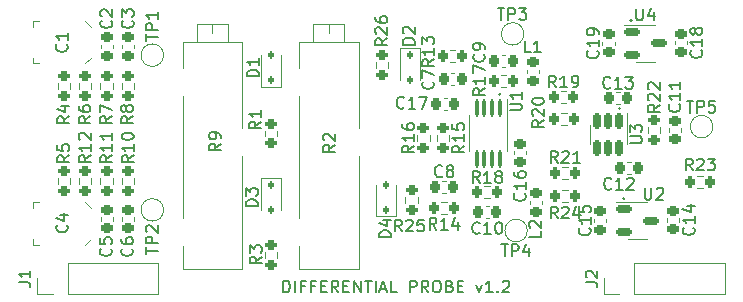
<source format=gbr>
%TF.GenerationSoftware,KiCad,Pcbnew,7.0.9*%
%TF.CreationDate,2024-10-04T13:57:53+02:00*%
%TF.ProjectId,espnow-sonda,6573706e-6f77-42d7-936f-6e64612e6b69,rev?*%
%TF.SameCoordinates,Original*%
%TF.FileFunction,Legend,Top*%
%TF.FilePolarity,Positive*%
%FSLAX46Y46*%
G04 Gerber Fmt 4.6, Leading zero omitted, Abs format (unit mm)*
G04 Created by KiCad (PCBNEW 7.0.9) date 2024-10-04 13:57:53*
%MOMM*%
%LPD*%
G01*
G04 APERTURE LIST*
G04 Aperture macros list*
%AMRoundRect*
0 Rectangle with rounded corners*
0 $1 Rounding radius*
0 $2 $3 $4 $5 $6 $7 $8 $9 X,Y pos of 4 corners*
0 Add a 4 corners polygon primitive as box body*
4,1,4,$2,$3,$4,$5,$6,$7,$8,$9,$2,$3,0*
0 Add four circle primitives for the rounded corners*
1,1,$1+$1,$2,$3*
1,1,$1+$1,$4,$5*
1,1,$1+$1,$6,$7*
1,1,$1+$1,$8,$9*
0 Add four rect primitives between the rounded corners*
20,1,$1+$1,$2,$3,$4,$5,0*
20,1,$1+$1,$4,$5,$6,$7,0*
20,1,$1+$1,$6,$7,$8,$9,0*
20,1,$1+$1,$8,$9,$2,$3,0*%
G04 Aperture macros list end*
%ADD10C,0.150000*%
%ADD11C,0.120000*%
%ADD12RoundRect,0.225000X0.250000X-0.225000X0.250000X0.225000X-0.250000X0.225000X-0.250000X-0.225000X0*%
%ADD13C,1.500000*%
%ADD14RoundRect,0.200000X-0.200000X-0.275000X0.200000X-0.275000X0.200000X0.275000X-0.200000X0.275000X0*%
%ADD15R,1.700000X1.700000*%
%ADD16O,1.700000X1.700000*%
%ADD17RoundRect,0.225000X-0.250000X0.225000X-0.250000X-0.225000X0.250000X-0.225000X0.250000X0.225000X0*%
%ADD18RoundRect,0.200000X0.275000X-0.200000X0.275000X0.200000X-0.275000X0.200000X-0.275000X-0.200000X0*%
%ADD19RoundRect,0.218750X-0.256250X0.218750X-0.256250X-0.218750X0.256250X-0.218750X0.256250X0.218750X0*%
%ADD20RoundRect,0.150000X-0.512500X-0.150000X0.512500X-0.150000X0.512500X0.150000X-0.512500X0.150000X0*%
%ADD21RoundRect,0.200000X-0.275000X0.200000X-0.275000X-0.200000X0.275000X-0.200000X0.275000X0.200000X0*%
%ADD22RoundRect,0.100000X-0.100000X0.625000X-0.100000X-0.625000X0.100000X-0.625000X0.100000X0.625000X0*%
%ADD23R,1.880000X1.680000*%
%ADD24RoundRect,0.225000X-0.225000X-0.250000X0.225000X-0.250000X0.225000X0.250000X-0.225000X0.250000X0*%
%ADD25RoundRect,0.218750X0.256250X-0.218750X0.256250X0.218750X-0.256250X0.218750X-0.256250X-0.218750X0*%
%ADD26R,0.900000X1.400000*%
%ADD27RoundRect,0.150000X-0.150000X0.512500X-0.150000X-0.512500X0.150000X-0.512500X0.150000X0.512500X0*%
%ADD28RoundRect,0.112500X0.112500X-0.187500X0.112500X0.187500X-0.112500X0.187500X-0.112500X-0.187500X0*%
%ADD29RoundRect,0.200000X0.200000X0.275000X-0.200000X0.275000X-0.200000X-0.275000X0.200000X-0.275000X0*%
%ADD30RoundRect,0.112500X-0.112500X0.187500X-0.112500X-0.187500X0.112500X-0.187500X0.112500X0.187500X0*%
%ADD31RoundRect,0.225000X0.225000X0.250000X-0.225000X0.250000X-0.225000X-0.250000X0.225000X-0.250000X0*%
%ADD32C,1.800000*%
G04 APERTURE END LIST*
D10*
X98620711Y-57170710D02*
G75*
G03*
X98620711Y-57170710I-70711J0D01*
G01*
X99245711Y-42120710D02*
G75*
G03*
X99245711Y-42120710I-70711J0D01*
G01*
X98270711Y-49550000D02*
G75*
G03*
X98270711Y-49550000I-70711J0D01*
G01*
X88145711Y-48325000D02*
G75*
G03*
X88145711Y-48325000I-70711J0D01*
G01*
X69736779Y-65119819D02*
X69736779Y-64119819D01*
X69736779Y-64119819D02*
X69974874Y-64119819D01*
X69974874Y-64119819D02*
X70117731Y-64167438D01*
X70117731Y-64167438D02*
X70212969Y-64262676D01*
X70212969Y-64262676D02*
X70260588Y-64357914D01*
X70260588Y-64357914D02*
X70308207Y-64548390D01*
X70308207Y-64548390D02*
X70308207Y-64691247D01*
X70308207Y-64691247D02*
X70260588Y-64881723D01*
X70260588Y-64881723D02*
X70212969Y-64976961D01*
X70212969Y-64976961D02*
X70117731Y-65072200D01*
X70117731Y-65072200D02*
X69974874Y-65119819D01*
X69974874Y-65119819D02*
X69736779Y-65119819D01*
X70736779Y-65119819D02*
X70736779Y-64119819D01*
X71546302Y-64596009D02*
X71212969Y-64596009D01*
X71212969Y-65119819D02*
X71212969Y-64119819D01*
X71212969Y-64119819D02*
X71689159Y-64119819D01*
X72403445Y-64596009D02*
X72070112Y-64596009D01*
X72070112Y-65119819D02*
X72070112Y-64119819D01*
X72070112Y-64119819D02*
X72546302Y-64119819D01*
X72927255Y-64596009D02*
X73260588Y-64596009D01*
X73403445Y-65119819D02*
X72927255Y-65119819D01*
X72927255Y-65119819D02*
X72927255Y-64119819D01*
X72927255Y-64119819D02*
X73403445Y-64119819D01*
X74403445Y-65119819D02*
X74070112Y-64643628D01*
X73832017Y-65119819D02*
X73832017Y-64119819D01*
X73832017Y-64119819D02*
X74212969Y-64119819D01*
X74212969Y-64119819D02*
X74308207Y-64167438D01*
X74308207Y-64167438D02*
X74355826Y-64215057D01*
X74355826Y-64215057D02*
X74403445Y-64310295D01*
X74403445Y-64310295D02*
X74403445Y-64453152D01*
X74403445Y-64453152D02*
X74355826Y-64548390D01*
X74355826Y-64548390D02*
X74308207Y-64596009D01*
X74308207Y-64596009D02*
X74212969Y-64643628D01*
X74212969Y-64643628D02*
X73832017Y-64643628D01*
X74832017Y-64596009D02*
X75165350Y-64596009D01*
X75308207Y-65119819D02*
X74832017Y-65119819D01*
X74832017Y-65119819D02*
X74832017Y-64119819D01*
X74832017Y-64119819D02*
X75308207Y-64119819D01*
X75736779Y-65119819D02*
X75736779Y-64119819D01*
X75736779Y-64119819D02*
X76308207Y-65119819D01*
X76308207Y-65119819D02*
X76308207Y-64119819D01*
X76641541Y-64119819D02*
X77212969Y-64119819D01*
X76927255Y-65119819D02*
X76927255Y-64119819D01*
X77546303Y-65119819D02*
X77546303Y-64119819D01*
X77974874Y-64834104D02*
X78451064Y-64834104D01*
X77879636Y-65119819D02*
X78212969Y-64119819D01*
X78212969Y-64119819D02*
X78546302Y-65119819D01*
X79355826Y-65119819D02*
X78879636Y-65119819D01*
X78879636Y-65119819D02*
X78879636Y-64119819D01*
X80451065Y-65119819D02*
X80451065Y-64119819D01*
X80451065Y-64119819D02*
X80832017Y-64119819D01*
X80832017Y-64119819D02*
X80927255Y-64167438D01*
X80927255Y-64167438D02*
X80974874Y-64215057D01*
X80974874Y-64215057D02*
X81022493Y-64310295D01*
X81022493Y-64310295D02*
X81022493Y-64453152D01*
X81022493Y-64453152D02*
X80974874Y-64548390D01*
X80974874Y-64548390D02*
X80927255Y-64596009D01*
X80927255Y-64596009D02*
X80832017Y-64643628D01*
X80832017Y-64643628D02*
X80451065Y-64643628D01*
X82022493Y-65119819D02*
X81689160Y-64643628D01*
X81451065Y-65119819D02*
X81451065Y-64119819D01*
X81451065Y-64119819D02*
X81832017Y-64119819D01*
X81832017Y-64119819D02*
X81927255Y-64167438D01*
X81927255Y-64167438D02*
X81974874Y-64215057D01*
X81974874Y-64215057D02*
X82022493Y-64310295D01*
X82022493Y-64310295D02*
X82022493Y-64453152D01*
X82022493Y-64453152D02*
X81974874Y-64548390D01*
X81974874Y-64548390D02*
X81927255Y-64596009D01*
X81927255Y-64596009D02*
X81832017Y-64643628D01*
X81832017Y-64643628D02*
X81451065Y-64643628D01*
X82641541Y-64119819D02*
X82832017Y-64119819D01*
X82832017Y-64119819D02*
X82927255Y-64167438D01*
X82927255Y-64167438D02*
X83022493Y-64262676D01*
X83022493Y-64262676D02*
X83070112Y-64453152D01*
X83070112Y-64453152D02*
X83070112Y-64786485D01*
X83070112Y-64786485D02*
X83022493Y-64976961D01*
X83022493Y-64976961D02*
X82927255Y-65072200D01*
X82927255Y-65072200D02*
X82832017Y-65119819D01*
X82832017Y-65119819D02*
X82641541Y-65119819D01*
X82641541Y-65119819D02*
X82546303Y-65072200D01*
X82546303Y-65072200D02*
X82451065Y-64976961D01*
X82451065Y-64976961D02*
X82403446Y-64786485D01*
X82403446Y-64786485D02*
X82403446Y-64453152D01*
X82403446Y-64453152D02*
X82451065Y-64262676D01*
X82451065Y-64262676D02*
X82546303Y-64167438D01*
X82546303Y-64167438D02*
X82641541Y-64119819D01*
X83832017Y-64596009D02*
X83974874Y-64643628D01*
X83974874Y-64643628D02*
X84022493Y-64691247D01*
X84022493Y-64691247D02*
X84070112Y-64786485D01*
X84070112Y-64786485D02*
X84070112Y-64929342D01*
X84070112Y-64929342D02*
X84022493Y-65024580D01*
X84022493Y-65024580D02*
X83974874Y-65072200D01*
X83974874Y-65072200D02*
X83879636Y-65119819D01*
X83879636Y-65119819D02*
X83498684Y-65119819D01*
X83498684Y-65119819D02*
X83498684Y-64119819D01*
X83498684Y-64119819D02*
X83832017Y-64119819D01*
X83832017Y-64119819D02*
X83927255Y-64167438D01*
X83927255Y-64167438D02*
X83974874Y-64215057D01*
X83974874Y-64215057D02*
X84022493Y-64310295D01*
X84022493Y-64310295D02*
X84022493Y-64405533D01*
X84022493Y-64405533D02*
X83974874Y-64500771D01*
X83974874Y-64500771D02*
X83927255Y-64548390D01*
X83927255Y-64548390D02*
X83832017Y-64596009D01*
X83832017Y-64596009D02*
X83498684Y-64596009D01*
X84498684Y-64596009D02*
X84832017Y-64596009D01*
X84974874Y-65119819D02*
X84498684Y-65119819D01*
X84498684Y-65119819D02*
X84498684Y-64119819D01*
X84498684Y-64119819D02*
X84974874Y-64119819D01*
X86070113Y-64453152D02*
X86308208Y-65119819D01*
X86308208Y-65119819D02*
X86546303Y-64453152D01*
X87451065Y-65119819D02*
X86879637Y-65119819D01*
X87165351Y-65119819D02*
X87165351Y-64119819D01*
X87165351Y-64119819D02*
X87070113Y-64262676D01*
X87070113Y-64262676D02*
X86974875Y-64357914D01*
X86974875Y-64357914D02*
X86879637Y-64405533D01*
X87879637Y-65024580D02*
X87927256Y-65072200D01*
X87927256Y-65072200D02*
X87879637Y-65119819D01*
X87879637Y-65119819D02*
X87832018Y-65072200D01*
X87832018Y-65072200D02*
X87879637Y-65024580D01*
X87879637Y-65024580D02*
X87879637Y-65119819D01*
X88308208Y-64215057D02*
X88355827Y-64167438D01*
X88355827Y-64167438D02*
X88451065Y-64119819D01*
X88451065Y-64119819D02*
X88689160Y-64119819D01*
X88689160Y-64119819D02*
X88784398Y-64167438D01*
X88784398Y-64167438D02*
X88832017Y-64215057D01*
X88832017Y-64215057D02*
X88879636Y-64310295D01*
X88879636Y-64310295D02*
X88879636Y-64405533D01*
X88879636Y-64405533D02*
X88832017Y-64548390D01*
X88832017Y-64548390D02*
X88260589Y-65119819D01*
X88260589Y-65119819D02*
X88879636Y-65119819D01*
X96334580Y-44672857D02*
X96382200Y-44720476D01*
X96382200Y-44720476D02*
X96429819Y-44863333D01*
X96429819Y-44863333D02*
X96429819Y-44958571D01*
X96429819Y-44958571D02*
X96382200Y-45101428D01*
X96382200Y-45101428D02*
X96286961Y-45196666D01*
X96286961Y-45196666D02*
X96191723Y-45244285D01*
X96191723Y-45244285D02*
X96001247Y-45291904D01*
X96001247Y-45291904D02*
X95858390Y-45291904D01*
X95858390Y-45291904D02*
X95667914Y-45244285D01*
X95667914Y-45244285D02*
X95572676Y-45196666D01*
X95572676Y-45196666D02*
X95477438Y-45101428D01*
X95477438Y-45101428D02*
X95429819Y-44958571D01*
X95429819Y-44958571D02*
X95429819Y-44863333D01*
X95429819Y-44863333D02*
X95477438Y-44720476D01*
X95477438Y-44720476D02*
X95525057Y-44672857D01*
X96429819Y-43720476D02*
X96429819Y-44291904D01*
X96429819Y-44006190D02*
X95429819Y-44006190D01*
X95429819Y-44006190D02*
X95572676Y-44101428D01*
X95572676Y-44101428D02*
X95667914Y-44196666D01*
X95667914Y-44196666D02*
X95715533Y-44291904D01*
X96429819Y-43244285D02*
X96429819Y-43053809D01*
X96429819Y-43053809D02*
X96382200Y-42958571D01*
X96382200Y-42958571D02*
X96334580Y-42910952D01*
X96334580Y-42910952D02*
X96191723Y-42815714D01*
X96191723Y-42815714D02*
X96001247Y-42768095D01*
X96001247Y-42768095D02*
X95620295Y-42768095D01*
X95620295Y-42768095D02*
X95525057Y-42815714D01*
X95525057Y-42815714D02*
X95477438Y-42863333D01*
X95477438Y-42863333D02*
X95429819Y-42958571D01*
X95429819Y-42958571D02*
X95429819Y-43149047D01*
X95429819Y-43149047D02*
X95477438Y-43244285D01*
X95477438Y-43244285D02*
X95525057Y-43291904D01*
X95525057Y-43291904D02*
X95620295Y-43339523D01*
X95620295Y-43339523D02*
X95858390Y-43339523D01*
X95858390Y-43339523D02*
X95953628Y-43291904D01*
X95953628Y-43291904D02*
X96001247Y-43244285D01*
X96001247Y-43244285D02*
X96048866Y-43149047D01*
X96048866Y-43149047D02*
X96048866Y-42958571D01*
X96048866Y-42958571D02*
X96001247Y-42863333D01*
X96001247Y-42863333D02*
X95953628Y-42815714D01*
X95953628Y-42815714D02*
X95858390Y-42768095D01*
X87888095Y-41036819D02*
X88459523Y-41036819D01*
X88173809Y-42036819D02*
X88173809Y-41036819D01*
X88792857Y-42036819D02*
X88792857Y-41036819D01*
X88792857Y-41036819D02*
X89173809Y-41036819D01*
X89173809Y-41036819D02*
X89269047Y-41084438D01*
X89269047Y-41084438D02*
X89316666Y-41132057D01*
X89316666Y-41132057D02*
X89364285Y-41227295D01*
X89364285Y-41227295D02*
X89364285Y-41370152D01*
X89364285Y-41370152D02*
X89316666Y-41465390D01*
X89316666Y-41465390D02*
X89269047Y-41513009D01*
X89269047Y-41513009D02*
X89173809Y-41560628D01*
X89173809Y-41560628D02*
X88792857Y-41560628D01*
X89697619Y-41036819D02*
X90316666Y-41036819D01*
X90316666Y-41036819D02*
X89983333Y-41417771D01*
X89983333Y-41417771D02*
X90126190Y-41417771D01*
X90126190Y-41417771D02*
X90221428Y-41465390D01*
X90221428Y-41465390D02*
X90269047Y-41513009D01*
X90269047Y-41513009D02*
X90316666Y-41608247D01*
X90316666Y-41608247D02*
X90316666Y-41846342D01*
X90316666Y-41846342D02*
X90269047Y-41941580D01*
X90269047Y-41941580D02*
X90221428Y-41989200D01*
X90221428Y-41989200D02*
X90126190Y-42036819D01*
X90126190Y-42036819D02*
X89840476Y-42036819D01*
X89840476Y-42036819D02*
X89745238Y-41989200D01*
X89745238Y-41989200D02*
X89697619Y-41941580D01*
X92957142Y-54154819D02*
X92623809Y-53678628D01*
X92385714Y-54154819D02*
X92385714Y-53154819D01*
X92385714Y-53154819D02*
X92766666Y-53154819D01*
X92766666Y-53154819D02*
X92861904Y-53202438D01*
X92861904Y-53202438D02*
X92909523Y-53250057D01*
X92909523Y-53250057D02*
X92957142Y-53345295D01*
X92957142Y-53345295D02*
X92957142Y-53488152D01*
X92957142Y-53488152D02*
X92909523Y-53583390D01*
X92909523Y-53583390D02*
X92861904Y-53631009D01*
X92861904Y-53631009D02*
X92766666Y-53678628D01*
X92766666Y-53678628D02*
X92385714Y-53678628D01*
X93338095Y-53250057D02*
X93385714Y-53202438D01*
X93385714Y-53202438D02*
X93480952Y-53154819D01*
X93480952Y-53154819D02*
X93719047Y-53154819D01*
X93719047Y-53154819D02*
X93814285Y-53202438D01*
X93814285Y-53202438D02*
X93861904Y-53250057D01*
X93861904Y-53250057D02*
X93909523Y-53345295D01*
X93909523Y-53345295D02*
X93909523Y-53440533D01*
X93909523Y-53440533D02*
X93861904Y-53583390D01*
X93861904Y-53583390D02*
X93290476Y-54154819D01*
X93290476Y-54154819D02*
X93909523Y-54154819D01*
X94861904Y-54154819D02*
X94290476Y-54154819D01*
X94576190Y-54154819D02*
X94576190Y-53154819D01*
X94576190Y-53154819D02*
X94480952Y-53297676D01*
X94480952Y-53297676D02*
X94385714Y-53392914D01*
X94385714Y-53392914D02*
X94290476Y-53440533D01*
X56909580Y-61416666D02*
X56957200Y-61464285D01*
X56957200Y-61464285D02*
X57004819Y-61607142D01*
X57004819Y-61607142D02*
X57004819Y-61702380D01*
X57004819Y-61702380D02*
X56957200Y-61845237D01*
X56957200Y-61845237D02*
X56861961Y-61940475D01*
X56861961Y-61940475D02*
X56766723Y-61988094D01*
X56766723Y-61988094D02*
X56576247Y-62035713D01*
X56576247Y-62035713D02*
X56433390Y-62035713D01*
X56433390Y-62035713D02*
X56242914Y-61988094D01*
X56242914Y-61988094D02*
X56147676Y-61940475D01*
X56147676Y-61940475D02*
X56052438Y-61845237D01*
X56052438Y-61845237D02*
X56004819Y-61702380D01*
X56004819Y-61702380D02*
X56004819Y-61607142D01*
X56004819Y-61607142D02*
X56052438Y-61464285D01*
X56052438Y-61464285D02*
X56100057Y-61416666D01*
X56004819Y-60559523D02*
X56004819Y-60749999D01*
X56004819Y-60749999D02*
X56052438Y-60845237D01*
X56052438Y-60845237D02*
X56100057Y-60892856D01*
X56100057Y-60892856D02*
X56242914Y-60988094D01*
X56242914Y-60988094D02*
X56433390Y-61035713D01*
X56433390Y-61035713D02*
X56814342Y-61035713D01*
X56814342Y-61035713D02*
X56909580Y-60988094D01*
X56909580Y-60988094D02*
X56957200Y-60940475D01*
X56957200Y-60940475D02*
X57004819Y-60845237D01*
X57004819Y-60845237D02*
X57004819Y-60654761D01*
X57004819Y-60654761D02*
X56957200Y-60559523D01*
X56957200Y-60559523D02*
X56909580Y-60511904D01*
X56909580Y-60511904D02*
X56814342Y-60464285D01*
X56814342Y-60464285D02*
X56576247Y-60464285D01*
X56576247Y-60464285D02*
X56481009Y-60511904D01*
X56481009Y-60511904D02*
X56433390Y-60559523D01*
X56433390Y-60559523D02*
X56385771Y-60654761D01*
X56385771Y-60654761D02*
X56385771Y-60845237D01*
X56385771Y-60845237D02*
X56433390Y-60940475D01*
X56433390Y-60940475D02*
X56481009Y-60988094D01*
X56481009Y-60988094D02*
X56576247Y-61035713D01*
X95324819Y-64263333D02*
X96039104Y-64263333D01*
X96039104Y-64263333D02*
X96181961Y-64310952D01*
X96181961Y-64310952D02*
X96277200Y-64406190D01*
X96277200Y-64406190D02*
X96324819Y-64549047D01*
X96324819Y-64549047D02*
X96324819Y-64644285D01*
X95420057Y-63834761D02*
X95372438Y-63787142D01*
X95372438Y-63787142D02*
X95324819Y-63691904D01*
X95324819Y-63691904D02*
X95324819Y-63453809D01*
X95324819Y-63453809D02*
X95372438Y-63358571D01*
X95372438Y-63358571D02*
X95420057Y-63310952D01*
X95420057Y-63310952D02*
X95515295Y-63263333D01*
X95515295Y-63263333D02*
X95610533Y-63263333D01*
X95610533Y-63263333D02*
X95753390Y-63310952D01*
X95753390Y-63310952D02*
X96324819Y-63882380D01*
X96324819Y-63882380D02*
X96324819Y-63263333D01*
X55109580Y-61416666D02*
X55157200Y-61464285D01*
X55157200Y-61464285D02*
X55204819Y-61607142D01*
X55204819Y-61607142D02*
X55204819Y-61702380D01*
X55204819Y-61702380D02*
X55157200Y-61845237D01*
X55157200Y-61845237D02*
X55061961Y-61940475D01*
X55061961Y-61940475D02*
X54966723Y-61988094D01*
X54966723Y-61988094D02*
X54776247Y-62035713D01*
X54776247Y-62035713D02*
X54633390Y-62035713D01*
X54633390Y-62035713D02*
X54442914Y-61988094D01*
X54442914Y-61988094D02*
X54347676Y-61940475D01*
X54347676Y-61940475D02*
X54252438Y-61845237D01*
X54252438Y-61845237D02*
X54204819Y-61702380D01*
X54204819Y-61702380D02*
X54204819Y-61607142D01*
X54204819Y-61607142D02*
X54252438Y-61464285D01*
X54252438Y-61464285D02*
X54300057Y-61416666D01*
X54204819Y-60511904D02*
X54204819Y-60988094D01*
X54204819Y-60988094D02*
X54681009Y-61035713D01*
X54681009Y-61035713D02*
X54633390Y-60988094D01*
X54633390Y-60988094D02*
X54585771Y-60892856D01*
X54585771Y-60892856D02*
X54585771Y-60654761D01*
X54585771Y-60654761D02*
X54633390Y-60559523D01*
X54633390Y-60559523D02*
X54681009Y-60511904D01*
X54681009Y-60511904D02*
X54776247Y-60464285D01*
X54776247Y-60464285D02*
X55014342Y-60464285D01*
X55014342Y-60464285D02*
X55109580Y-60511904D01*
X55109580Y-60511904D02*
X55157200Y-60559523D01*
X55157200Y-60559523D02*
X55204819Y-60654761D01*
X55204819Y-60654761D02*
X55204819Y-60892856D01*
X55204819Y-60892856D02*
X55157200Y-60988094D01*
X55157200Y-60988094D02*
X55109580Y-61035713D01*
X95659580Y-59672857D02*
X95707200Y-59720476D01*
X95707200Y-59720476D02*
X95754819Y-59863333D01*
X95754819Y-59863333D02*
X95754819Y-59958571D01*
X95754819Y-59958571D02*
X95707200Y-60101428D01*
X95707200Y-60101428D02*
X95611961Y-60196666D01*
X95611961Y-60196666D02*
X95516723Y-60244285D01*
X95516723Y-60244285D02*
X95326247Y-60291904D01*
X95326247Y-60291904D02*
X95183390Y-60291904D01*
X95183390Y-60291904D02*
X94992914Y-60244285D01*
X94992914Y-60244285D02*
X94897676Y-60196666D01*
X94897676Y-60196666D02*
X94802438Y-60101428D01*
X94802438Y-60101428D02*
X94754819Y-59958571D01*
X94754819Y-59958571D02*
X94754819Y-59863333D01*
X94754819Y-59863333D02*
X94802438Y-59720476D01*
X94802438Y-59720476D02*
X94850057Y-59672857D01*
X95754819Y-58720476D02*
X95754819Y-59291904D01*
X95754819Y-59006190D02*
X94754819Y-59006190D01*
X94754819Y-59006190D02*
X94897676Y-59101428D01*
X94897676Y-59101428D02*
X94992914Y-59196666D01*
X94992914Y-59196666D02*
X95040533Y-59291904D01*
X94754819Y-57815714D02*
X94754819Y-58291904D01*
X94754819Y-58291904D02*
X95231009Y-58339523D01*
X95231009Y-58339523D02*
X95183390Y-58291904D01*
X95183390Y-58291904D02*
X95135771Y-58196666D01*
X95135771Y-58196666D02*
X95135771Y-57958571D01*
X95135771Y-57958571D02*
X95183390Y-57863333D01*
X95183390Y-57863333D02*
X95231009Y-57815714D01*
X95231009Y-57815714D02*
X95326247Y-57768095D01*
X95326247Y-57768095D02*
X95564342Y-57768095D01*
X95564342Y-57768095D02*
X95659580Y-57815714D01*
X95659580Y-57815714D02*
X95707200Y-57863333D01*
X95707200Y-57863333D02*
X95754819Y-57958571D01*
X95754819Y-57958571D02*
X95754819Y-58196666D01*
X95754819Y-58196666D02*
X95707200Y-58291904D01*
X95707200Y-58291904D02*
X95659580Y-58339523D01*
X58104819Y-43811904D02*
X58104819Y-43240476D01*
X59104819Y-43526190D02*
X58104819Y-43526190D01*
X59104819Y-42907142D02*
X58104819Y-42907142D01*
X58104819Y-42907142D02*
X58104819Y-42526190D01*
X58104819Y-42526190D02*
X58152438Y-42430952D01*
X58152438Y-42430952D02*
X58200057Y-42383333D01*
X58200057Y-42383333D02*
X58295295Y-42335714D01*
X58295295Y-42335714D02*
X58438152Y-42335714D01*
X58438152Y-42335714D02*
X58533390Y-42383333D01*
X58533390Y-42383333D02*
X58581009Y-42430952D01*
X58581009Y-42430952D02*
X58628628Y-42526190D01*
X58628628Y-42526190D02*
X58628628Y-42907142D01*
X59104819Y-41383333D02*
X59104819Y-41954761D01*
X59104819Y-41669047D02*
X58104819Y-41669047D01*
X58104819Y-41669047D02*
X58247676Y-41764285D01*
X58247676Y-41764285D02*
X58342914Y-41859523D01*
X58342914Y-41859523D02*
X58390533Y-41954761D01*
X57004819Y-50216666D02*
X56528628Y-50549999D01*
X57004819Y-50788094D02*
X56004819Y-50788094D01*
X56004819Y-50788094D02*
X56004819Y-50407142D01*
X56004819Y-50407142D02*
X56052438Y-50311904D01*
X56052438Y-50311904D02*
X56100057Y-50264285D01*
X56100057Y-50264285D02*
X56195295Y-50216666D01*
X56195295Y-50216666D02*
X56338152Y-50216666D01*
X56338152Y-50216666D02*
X56433390Y-50264285D01*
X56433390Y-50264285D02*
X56481009Y-50311904D01*
X56481009Y-50311904D02*
X56528628Y-50407142D01*
X56528628Y-50407142D02*
X56528628Y-50788094D01*
X56433390Y-49645237D02*
X56385771Y-49740475D01*
X56385771Y-49740475D02*
X56338152Y-49788094D01*
X56338152Y-49788094D02*
X56242914Y-49835713D01*
X56242914Y-49835713D02*
X56195295Y-49835713D01*
X56195295Y-49835713D02*
X56100057Y-49788094D01*
X56100057Y-49788094D02*
X56052438Y-49740475D01*
X56052438Y-49740475D02*
X56004819Y-49645237D01*
X56004819Y-49645237D02*
X56004819Y-49454761D01*
X56004819Y-49454761D02*
X56052438Y-49359523D01*
X56052438Y-49359523D02*
X56100057Y-49311904D01*
X56100057Y-49311904D02*
X56195295Y-49264285D01*
X56195295Y-49264285D02*
X56242914Y-49264285D01*
X56242914Y-49264285D02*
X56338152Y-49311904D01*
X56338152Y-49311904D02*
X56385771Y-49359523D01*
X56385771Y-49359523D02*
X56433390Y-49454761D01*
X56433390Y-49454761D02*
X56433390Y-49645237D01*
X56433390Y-49645237D02*
X56481009Y-49740475D01*
X56481009Y-49740475D02*
X56528628Y-49788094D01*
X56528628Y-49788094D02*
X56623866Y-49835713D01*
X56623866Y-49835713D02*
X56814342Y-49835713D01*
X56814342Y-49835713D02*
X56909580Y-49788094D01*
X56909580Y-49788094D02*
X56957200Y-49740475D01*
X56957200Y-49740475D02*
X57004819Y-49645237D01*
X57004819Y-49645237D02*
X57004819Y-49454761D01*
X57004819Y-49454761D02*
X56957200Y-49359523D01*
X56957200Y-49359523D02*
X56909580Y-49311904D01*
X56909580Y-49311904D02*
X56814342Y-49264285D01*
X56814342Y-49264285D02*
X56623866Y-49264285D01*
X56623866Y-49264285D02*
X56528628Y-49311904D01*
X56528628Y-49311904D02*
X56481009Y-49359523D01*
X56481009Y-49359523D02*
X56433390Y-49454761D01*
X90683333Y-44804819D02*
X90207143Y-44804819D01*
X90207143Y-44804819D02*
X90207143Y-43804819D01*
X91540476Y-44804819D02*
X90969048Y-44804819D01*
X91254762Y-44804819D02*
X91254762Y-43804819D01*
X91254762Y-43804819D02*
X91159524Y-43947676D01*
X91159524Y-43947676D02*
X91064286Y-44042914D01*
X91064286Y-44042914D02*
X90969048Y-44090533D01*
X99608095Y-41084819D02*
X99608095Y-41894342D01*
X99608095Y-41894342D02*
X99655714Y-41989580D01*
X99655714Y-41989580D02*
X99703333Y-42037200D01*
X99703333Y-42037200D02*
X99798571Y-42084819D01*
X99798571Y-42084819D02*
X99989047Y-42084819D01*
X99989047Y-42084819D02*
X100084285Y-42037200D01*
X100084285Y-42037200D02*
X100131904Y-41989580D01*
X100131904Y-41989580D02*
X100179523Y-41894342D01*
X100179523Y-41894342D02*
X100179523Y-41084819D01*
X101084285Y-41418152D02*
X101084285Y-42084819D01*
X100846190Y-41037200D02*
X100608095Y-41751485D01*
X100608095Y-41751485D02*
X101227142Y-41751485D01*
X51604819Y-53516666D02*
X51128628Y-53849999D01*
X51604819Y-54088094D02*
X50604819Y-54088094D01*
X50604819Y-54088094D02*
X50604819Y-53707142D01*
X50604819Y-53707142D02*
X50652438Y-53611904D01*
X50652438Y-53611904D02*
X50700057Y-53564285D01*
X50700057Y-53564285D02*
X50795295Y-53516666D01*
X50795295Y-53516666D02*
X50938152Y-53516666D01*
X50938152Y-53516666D02*
X51033390Y-53564285D01*
X51033390Y-53564285D02*
X51081009Y-53611904D01*
X51081009Y-53611904D02*
X51128628Y-53707142D01*
X51128628Y-53707142D02*
X51128628Y-54088094D01*
X50604819Y-52611904D02*
X50604819Y-53088094D01*
X50604819Y-53088094D02*
X51081009Y-53135713D01*
X51081009Y-53135713D02*
X51033390Y-53088094D01*
X51033390Y-53088094D02*
X50985771Y-52992856D01*
X50985771Y-52992856D02*
X50985771Y-52754761D01*
X50985771Y-52754761D02*
X51033390Y-52659523D01*
X51033390Y-52659523D02*
X51081009Y-52611904D01*
X51081009Y-52611904D02*
X51176247Y-52564285D01*
X51176247Y-52564285D02*
X51414342Y-52564285D01*
X51414342Y-52564285D02*
X51509580Y-52611904D01*
X51509580Y-52611904D02*
X51557200Y-52659523D01*
X51557200Y-52659523D02*
X51604819Y-52754761D01*
X51604819Y-52754761D02*
X51604819Y-52992856D01*
X51604819Y-52992856D02*
X51557200Y-53088094D01*
X51557200Y-53088094D02*
X51509580Y-53135713D01*
X88904819Y-49711904D02*
X89714342Y-49711904D01*
X89714342Y-49711904D02*
X89809580Y-49664285D01*
X89809580Y-49664285D02*
X89857200Y-49616666D01*
X89857200Y-49616666D02*
X89904819Y-49521428D01*
X89904819Y-49521428D02*
X89904819Y-49330952D01*
X89904819Y-49330952D02*
X89857200Y-49235714D01*
X89857200Y-49235714D02*
X89809580Y-49188095D01*
X89809580Y-49188095D02*
X89714342Y-49140476D01*
X89714342Y-49140476D02*
X88904819Y-49140476D01*
X89904819Y-48140476D02*
X89904819Y-48711904D01*
X89904819Y-48426190D02*
X88904819Y-48426190D01*
X88904819Y-48426190D02*
X89047676Y-48521428D01*
X89047676Y-48521428D02*
X89142914Y-48616666D01*
X89142914Y-48616666D02*
X89190533Y-48711904D01*
X80804819Y-52697857D02*
X80328628Y-53031190D01*
X80804819Y-53269285D02*
X79804819Y-53269285D01*
X79804819Y-53269285D02*
X79804819Y-52888333D01*
X79804819Y-52888333D02*
X79852438Y-52793095D01*
X79852438Y-52793095D02*
X79900057Y-52745476D01*
X79900057Y-52745476D02*
X79995295Y-52697857D01*
X79995295Y-52697857D02*
X80138152Y-52697857D01*
X80138152Y-52697857D02*
X80233390Y-52745476D01*
X80233390Y-52745476D02*
X80281009Y-52793095D01*
X80281009Y-52793095D02*
X80328628Y-52888333D01*
X80328628Y-52888333D02*
X80328628Y-53269285D01*
X80804819Y-51745476D02*
X80804819Y-52316904D01*
X80804819Y-52031190D02*
X79804819Y-52031190D01*
X79804819Y-52031190D02*
X79947676Y-52126428D01*
X79947676Y-52126428D02*
X80042914Y-52221666D01*
X80042914Y-52221666D02*
X80090533Y-52316904D01*
X79804819Y-50888333D02*
X79804819Y-51078809D01*
X79804819Y-51078809D02*
X79852438Y-51174047D01*
X79852438Y-51174047D02*
X79900057Y-51221666D01*
X79900057Y-51221666D02*
X80042914Y-51316904D01*
X80042914Y-51316904D02*
X80233390Y-51364523D01*
X80233390Y-51364523D02*
X80614342Y-51364523D01*
X80614342Y-51364523D02*
X80709580Y-51316904D01*
X80709580Y-51316904D02*
X80757200Y-51269285D01*
X80757200Y-51269285D02*
X80804819Y-51174047D01*
X80804819Y-51174047D02*
X80804819Y-50983571D01*
X80804819Y-50983571D02*
X80757200Y-50888333D01*
X80757200Y-50888333D02*
X80709580Y-50840714D01*
X80709580Y-50840714D02*
X80614342Y-50793095D01*
X80614342Y-50793095D02*
X80376247Y-50793095D01*
X80376247Y-50793095D02*
X80281009Y-50840714D01*
X80281009Y-50840714D02*
X80233390Y-50888333D01*
X80233390Y-50888333D02*
X80185771Y-50983571D01*
X80185771Y-50983571D02*
X80185771Y-51174047D01*
X80185771Y-51174047D02*
X80233390Y-51269285D01*
X80233390Y-51269285D02*
X80281009Y-51316904D01*
X80281009Y-51316904D02*
X80376247Y-51364523D01*
X101604819Y-49242857D02*
X101128628Y-49576190D01*
X101604819Y-49814285D02*
X100604819Y-49814285D01*
X100604819Y-49814285D02*
X100604819Y-49433333D01*
X100604819Y-49433333D02*
X100652438Y-49338095D01*
X100652438Y-49338095D02*
X100700057Y-49290476D01*
X100700057Y-49290476D02*
X100795295Y-49242857D01*
X100795295Y-49242857D02*
X100938152Y-49242857D01*
X100938152Y-49242857D02*
X101033390Y-49290476D01*
X101033390Y-49290476D02*
X101081009Y-49338095D01*
X101081009Y-49338095D02*
X101128628Y-49433333D01*
X101128628Y-49433333D02*
X101128628Y-49814285D01*
X100700057Y-48861904D02*
X100652438Y-48814285D01*
X100652438Y-48814285D02*
X100604819Y-48719047D01*
X100604819Y-48719047D02*
X100604819Y-48480952D01*
X100604819Y-48480952D02*
X100652438Y-48385714D01*
X100652438Y-48385714D02*
X100700057Y-48338095D01*
X100700057Y-48338095D02*
X100795295Y-48290476D01*
X100795295Y-48290476D02*
X100890533Y-48290476D01*
X100890533Y-48290476D02*
X101033390Y-48338095D01*
X101033390Y-48338095D02*
X101604819Y-48909523D01*
X101604819Y-48909523D02*
X101604819Y-48290476D01*
X100700057Y-47909523D02*
X100652438Y-47861904D01*
X100652438Y-47861904D02*
X100604819Y-47766666D01*
X100604819Y-47766666D02*
X100604819Y-47528571D01*
X100604819Y-47528571D02*
X100652438Y-47433333D01*
X100652438Y-47433333D02*
X100700057Y-47385714D01*
X100700057Y-47385714D02*
X100795295Y-47338095D01*
X100795295Y-47338095D02*
X100890533Y-47338095D01*
X100890533Y-47338095D02*
X101033390Y-47385714D01*
X101033390Y-47385714D02*
X101604819Y-47957142D01*
X101604819Y-47957142D02*
X101604819Y-47338095D01*
X55159580Y-42116666D02*
X55207200Y-42164285D01*
X55207200Y-42164285D02*
X55254819Y-42307142D01*
X55254819Y-42307142D02*
X55254819Y-42402380D01*
X55254819Y-42402380D02*
X55207200Y-42545237D01*
X55207200Y-42545237D02*
X55111961Y-42640475D01*
X55111961Y-42640475D02*
X55016723Y-42688094D01*
X55016723Y-42688094D02*
X54826247Y-42735713D01*
X54826247Y-42735713D02*
X54683390Y-42735713D01*
X54683390Y-42735713D02*
X54492914Y-42688094D01*
X54492914Y-42688094D02*
X54397676Y-42640475D01*
X54397676Y-42640475D02*
X54302438Y-42545237D01*
X54302438Y-42545237D02*
X54254819Y-42402380D01*
X54254819Y-42402380D02*
X54254819Y-42307142D01*
X54254819Y-42307142D02*
X54302438Y-42164285D01*
X54302438Y-42164285D02*
X54350057Y-42116666D01*
X54350057Y-41735713D02*
X54302438Y-41688094D01*
X54302438Y-41688094D02*
X54254819Y-41592856D01*
X54254819Y-41592856D02*
X54254819Y-41354761D01*
X54254819Y-41354761D02*
X54302438Y-41259523D01*
X54302438Y-41259523D02*
X54350057Y-41211904D01*
X54350057Y-41211904D02*
X54445295Y-41164285D01*
X54445295Y-41164285D02*
X54540533Y-41164285D01*
X54540533Y-41164285D02*
X54683390Y-41211904D01*
X54683390Y-41211904D02*
X55254819Y-41783332D01*
X55254819Y-41783332D02*
X55254819Y-41164285D01*
X86357142Y-55854819D02*
X86023809Y-55378628D01*
X85785714Y-55854819D02*
X85785714Y-54854819D01*
X85785714Y-54854819D02*
X86166666Y-54854819D01*
X86166666Y-54854819D02*
X86261904Y-54902438D01*
X86261904Y-54902438D02*
X86309523Y-54950057D01*
X86309523Y-54950057D02*
X86357142Y-55045295D01*
X86357142Y-55045295D02*
X86357142Y-55188152D01*
X86357142Y-55188152D02*
X86309523Y-55283390D01*
X86309523Y-55283390D02*
X86261904Y-55331009D01*
X86261904Y-55331009D02*
X86166666Y-55378628D01*
X86166666Y-55378628D02*
X85785714Y-55378628D01*
X87309523Y-55854819D02*
X86738095Y-55854819D01*
X87023809Y-55854819D02*
X87023809Y-54854819D01*
X87023809Y-54854819D02*
X86928571Y-54997676D01*
X86928571Y-54997676D02*
X86833333Y-55092914D01*
X86833333Y-55092914D02*
X86738095Y-55140533D01*
X87880952Y-55283390D02*
X87785714Y-55235771D01*
X87785714Y-55235771D02*
X87738095Y-55188152D01*
X87738095Y-55188152D02*
X87690476Y-55092914D01*
X87690476Y-55092914D02*
X87690476Y-55045295D01*
X87690476Y-55045295D02*
X87738095Y-54950057D01*
X87738095Y-54950057D02*
X87785714Y-54902438D01*
X87785714Y-54902438D02*
X87880952Y-54854819D01*
X87880952Y-54854819D02*
X88071428Y-54854819D01*
X88071428Y-54854819D02*
X88166666Y-54902438D01*
X88166666Y-54902438D02*
X88214285Y-54950057D01*
X88214285Y-54950057D02*
X88261904Y-55045295D01*
X88261904Y-55045295D02*
X88261904Y-55092914D01*
X88261904Y-55092914D02*
X88214285Y-55188152D01*
X88214285Y-55188152D02*
X88166666Y-55235771D01*
X88166666Y-55235771D02*
X88071428Y-55283390D01*
X88071428Y-55283390D02*
X87880952Y-55283390D01*
X87880952Y-55283390D02*
X87785714Y-55331009D01*
X87785714Y-55331009D02*
X87738095Y-55378628D01*
X87738095Y-55378628D02*
X87690476Y-55473866D01*
X87690476Y-55473866D02*
X87690476Y-55664342D01*
X87690476Y-55664342D02*
X87738095Y-55759580D01*
X87738095Y-55759580D02*
X87785714Y-55807200D01*
X87785714Y-55807200D02*
X87880952Y-55854819D01*
X87880952Y-55854819D02*
X88071428Y-55854819D01*
X88071428Y-55854819D02*
X88166666Y-55807200D01*
X88166666Y-55807200D02*
X88214285Y-55759580D01*
X88214285Y-55759580D02*
X88261904Y-55664342D01*
X88261904Y-55664342D02*
X88261904Y-55473866D01*
X88261904Y-55473866D02*
X88214285Y-55378628D01*
X88214285Y-55378628D02*
X88166666Y-55331009D01*
X88166666Y-55331009D02*
X88071428Y-55283390D01*
X86357142Y-60059580D02*
X86309523Y-60107200D01*
X86309523Y-60107200D02*
X86166666Y-60154819D01*
X86166666Y-60154819D02*
X86071428Y-60154819D01*
X86071428Y-60154819D02*
X85928571Y-60107200D01*
X85928571Y-60107200D02*
X85833333Y-60011961D01*
X85833333Y-60011961D02*
X85785714Y-59916723D01*
X85785714Y-59916723D02*
X85738095Y-59726247D01*
X85738095Y-59726247D02*
X85738095Y-59583390D01*
X85738095Y-59583390D02*
X85785714Y-59392914D01*
X85785714Y-59392914D02*
X85833333Y-59297676D01*
X85833333Y-59297676D02*
X85928571Y-59202438D01*
X85928571Y-59202438D02*
X86071428Y-59154819D01*
X86071428Y-59154819D02*
X86166666Y-59154819D01*
X86166666Y-59154819D02*
X86309523Y-59202438D01*
X86309523Y-59202438D02*
X86357142Y-59250057D01*
X87309523Y-60154819D02*
X86738095Y-60154819D01*
X87023809Y-60154819D02*
X87023809Y-59154819D01*
X87023809Y-59154819D02*
X86928571Y-59297676D01*
X86928571Y-59297676D02*
X86833333Y-59392914D01*
X86833333Y-59392914D02*
X86738095Y-59440533D01*
X87928571Y-59154819D02*
X88023809Y-59154819D01*
X88023809Y-59154819D02*
X88119047Y-59202438D01*
X88119047Y-59202438D02*
X88166666Y-59250057D01*
X88166666Y-59250057D02*
X88214285Y-59345295D01*
X88214285Y-59345295D02*
X88261904Y-59535771D01*
X88261904Y-59535771D02*
X88261904Y-59773866D01*
X88261904Y-59773866D02*
X88214285Y-59964342D01*
X88214285Y-59964342D02*
X88166666Y-60059580D01*
X88166666Y-60059580D02*
X88119047Y-60107200D01*
X88119047Y-60107200D02*
X88023809Y-60154819D01*
X88023809Y-60154819D02*
X87928571Y-60154819D01*
X87928571Y-60154819D02*
X87833333Y-60107200D01*
X87833333Y-60107200D02*
X87785714Y-60059580D01*
X87785714Y-60059580D02*
X87738095Y-59964342D01*
X87738095Y-59964342D02*
X87690476Y-59773866D01*
X87690476Y-59773866D02*
X87690476Y-59535771D01*
X87690476Y-59535771D02*
X87738095Y-59345295D01*
X87738095Y-59345295D02*
X87785714Y-59250057D01*
X87785714Y-59250057D02*
X87833333Y-59202438D01*
X87833333Y-59202438D02*
X87928571Y-59154819D01*
X51604819Y-50216666D02*
X51128628Y-50549999D01*
X51604819Y-50788094D02*
X50604819Y-50788094D01*
X50604819Y-50788094D02*
X50604819Y-50407142D01*
X50604819Y-50407142D02*
X50652438Y-50311904D01*
X50652438Y-50311904D02*
X50700057Y-50264285D01*
X50700057Y-50264285D02*
X50795295Y-50216666D01*
X50795295Y-50216666D02*
X50938152Y-50216666D01*
X50938152Y-50216666D02*
X51033390Y-50264285D01*
X51033390Y-50264285D02*
X51081009Y-50311904D01*
X51081009Y-50311904D02*
X51128628Y-50407142D01*
X51128628Y-50407142D02*
X51128628Y-50788094D01*
X50938152Y-49359523D02*
X51604819Y-49359523D01*
X50557200Y-49597618D02*
X51271485Y-49835713D01*
X51271485Y-49835713D02*
X51271485Y-49216666D01*
X92807142Y-47754819D02*
X92473809Y-47278628D01*
X92235714Y-47754819D02*
X92235714Y-46754819D01*
X92235714Y-46754819D02*
X92616666Y-46754819D01*
X92616666Y-46754819D02*
X92711904Y-46802438D01*
X92711904Y-46802438D02*
X92759523Y-46850057D01*
X92759523Y-46850057D02*
X92807142Y-46945295D01*
X92807142Y-46945295D02*
X92807142Y-47088152D01*
X92807142Y-47088152D02*
X92759523Y-47183390D01*
X92759523Y-47183390D02*
X92711904Y-47231009D01*
X92711904Y-47231009D02*
X92616666Y-47278628D01*
X92616666Y-47278628D02*
X92235714Y-47278628D01*
X93759523Y-47754819D02*
X93188095Y-47754819D01*
X93473809Y-47754819D02*
X93473809Y-46754819D01*
X93473809Y-46754819D02*
X93378571Y-46897676D01*
X93378571Y-46897676D02*
X93283333Y-46992914D01*
X93283333Y-46992914D02*
X93188095Y-47040533D01*
X94235714Y-47754819D02*
X94426190Y-47754819D01*
X94426190Y-47754819D02*
X94521428Y-47707200D01*
X94521428Y-47707200D02*
X94569047Y-47659580D01*
X94569047Y-47659580D02*
X94664285Y-47516723D01*
X94664285Y-47516723D02*
X94711904Y-47326247D01*
X94711904Y-47326247D02*
X94711904Y-46945295D01*
X94711904Y-46945295D02*
X94664285Y-46850057D01*
X94664285Y-46850057D02*
X94616666Y-46802438D01*
X94616666Y-46802438D02*
X94521428Y-46754819D01*
X94521428Y-46754819D02*
X94330952Y-46754819D01*
X94330952Y-46754819D02*
X94235714Y-46802438D01*
X94235714Y-46802438D02*
X94188095Y-46850057D01*
X94188095Y-46850057D02*
X94140476Y-46945295D01*
X94140476Y-46945295D02*
X94140476Y-47183390D01*
X94140476Y-47183390D02*
X94188095Y-47278628D01*
X94188095Y-47278628D02*
X94235714Y-47326247D01*
X94235714Y-47326247D02*
X94330952Y-47373866D01*
X94330952Y-47373866D02*
X94521428Y-47373866D01*
X94521428Y-47373866D02*
X94616666Y-47326247D01*
X94616666Y-47326247D02*
X94664285Y-47278628D01*
X94664285Y-47278628D02*
X94711904Y-47183390D01*
X91554819Y-59916666D02*
X91554819Y-60392856D01*
X91554819Y-60392856D02*
X90554819Y-60392856D01*
X90650057Y-59630951D02*
X90602438Y-59583332D01*
X90602438Y-59583332D02*
X90554819Y-59488094D01*
X90554819Y-59488094D02*
X90554819Y-59249999D01*
X90554819Y-59249999D02*
X90602438Y-59154761D01*
X90602438Y-59154761D02*
X90650057Y-59107142D01*
X90650057Y-59107142D02*
X90745295Y-59059523D01*
X90745295Y-59059523D02*
X90840533Y-59059523D01*
X90840533Y-59059523D02*
X90983390Y-59107142D01*
X90983390Y-59107142D02*
X91554819Y-59678570D01*
X91554819Y-59678570D02*
X91554819Y-59059523D01*
X51409580Y-59416666D02*
X51457200Y-59464285D01*
X51457200Y-59464285D02*
X51504819Y-59607142D01*
X51504819Y-59607142D02*
X51504819Y-59702380D01*
X51504819Y-59702380D02*
X51457200Y-59845237D01*
X51457200Y-59845237D02*
X51361961Y-59940475D01*
X51361961Y-59940475D02*
X51266723Y-59988094D01*
X51266723Y-59988094D02*
X51076247Y-60035713D01*
X51076247Y-60035713D02*
X50933390Y-60035713D01*
X50933390Y-60035713D02*
X50742914Y-59988094D01*
X50742914Y-59988094D02*
X50647676Y-59940475D01*
X50647676Y-59940475D02*
X50552438Y-59845237D01*
X50552438Y-59845237D02*
X50504819Y-59702380D01*
X50504819Y-59702380D02*
X50504819Y-59607142D01*
X50504819Y-59607142D02*
X50552438Y-59464285D01*
X50552438Y-59464285D02*
X50600057Y-59416666D01*
X50838152Y-58559523D02*
X51504819Y-58559523D01*
X50457200Y-58797618D02*
X51171485Y-59035713D01*
X51171485Y-59035713D02*
X51171485Y-58416666D01*
X58104819Y-61861904D02*
X58104819Y-61290476D01*
X59104819Y-61576190D02*
X58104819Y-61576190D01*
X59104819Y-60957142D02*
X58104819Y-60957142D01*
X58104819Y-60957142D02*
X58104819Y-60576190D01*
X58104819Y-60576190D02*
X58152438Y-60480952D01*
X58152438Y-60480952D02*
X58200057Y-60433333D01*
X58200057Y-60433333D02*
X58295295Y-60385714D01*
X58295295Y-60385714D02*
X58438152Y-60385714D01*
X58438152Y-60385714D02*
X58533390Y-60433333D01*
X58533390Y-60433333D02*
X58581009Y-60480952D01*
X58581009Y-60480952D02*
X58628628Y-60576190D01*
X58628628Y-60576190D02*
X58628628Y-60957142D01*
X58200057Y-60004761D02*
X58152438Y-59957142D01*
X58152438Y-59957142D02*
X58104819Y-59861904D01*
X58104819Y-59861904D02*
X58104819Y-59623809D01*
X58104819Y-59623809D02*
X58152438Y-59528571D01*
X58152438Y-59528571D02*
X58200057Y-59480952D01*
X58200057Y-59480952D02*
X58295295Y-59433333D01*
X58295295Y-59433333D02*
X58390533Y-59433333D01*
X58390533Y-59433333D02*
X58533390Y-59480952D01*
X58533390Y-59480952D02*
X59104819Y-60052380D01*
X59104819Y-60052380D02*
X59104819Y-59433333D01*
X55204819Y-50216666D02*
X54728628Y-50549999D01*
X55204819Y-50788094D02*
X54204819Y-50788094D01*
X54204819Y-50788094D02*
X54204819Y-50407142D01*
X54204819Y-50407142D02*
X54252438Y-50311904D01*
X54252438Y-50311904D02*
X54300057Y-50264285D01*
X54300057Y-50264285D02*
X54395295Y-50216666D01*
X54395295Y-50216666D02*
X54538152Y-50216666D01*
X54538152Y-50216666D02*
X54633390Y-50264285D01*
X54633390Y-50264285D02*
X54681009Y-50311904D01*
X54681009Y-50311904D02*
X54728628Y-50407142D01*
X54728628Y-50407142D02*
X54728628Y-50788094D01*
X54204819Y-49883332D02*
X54204819Y-49216666D01*
X54204819Y-49216666D02*
X55204819Y-49645237D01*
X47324819Y-64263333D02*
X48039104Y-64263333D01*
X48039104Y-64263333D02*
X48181961Y-64310952D01*
X48181961Y-64310952D02*
X48277200Y-64406190D01*
X48277200Y-64406190D02*
X48324819Y-64549047D01*
X48324819Y-64549047D02*
X48324819Y-64644285D01*
X48324819Y-63263333D02*
X48324819Y-63834761D01*
X48324819Y-63549047D02*
X47324819Y-63549047D01*
X47324819Y-63549047D02*
X47467676Y-63644285D01*
X47467676Y-63644285D02*
X47562914Y-63739523D01*
X47562914Y-63739523D02*
X47610533Y-63834761D01*
X99094819Y-52481904D02*
X99904342Y-52481904D01*
X99904342Y-52481904D02*
X99999580Y-52434285D01*
X99999580Y-52434285D02*
X100047200Y-52386666D01*
X100047200Y-52386666D02*
X100094819Y-52291428D01*
X100094819Y-52291428D02*
X100094819Y-52100952D01*
X100094819Y-52100952D02*
X100047200Y-52005714D01*
X100047200Y-52005714D02*
X99999580Y-51958095D01*
X99999580Y-51958095D02*
X99904342Y-51910476D01*
X99904342Y-51910476D02*
X99094819Y-51910476D01*
X99094819Y-51529523D02*
X99094819Y-50910476D01*
X99094819Y-50910476D02*
X99475771Y-51243809D01*
X99475771Y-51243809D02*
X99475771Y-51100952D01*
X99475771Y-51100952D02*
X99523390Y-51005714D01*
X99523390Y-51005714D02*
X99571009Y-50958095D01*
X99571009Y-50958095D02*
X99666247Y-50910476D01*
X99666247Y-50910476D02*
X99904342Y-50910476D01*
X99904342Y-50910476D02*
X99999580Y-50958095D01*
X99999580Y-50958095D02*
X100047200Y-51005714D01*
X100047200Y-51005714D02*
X100094819Y-51100952D01*
X100094819Y-51100952D02*
X100094819Y-51386666D01*
X100094819Y-51386666D02*
X100047200Y-51481904D01*
X100047200Y-51481904D02*
X99999580Y-51529523D01*
X78529819Y-43617857D02*
X78053628Y-43951190D01*
X78529819Y-44189285D02*
X77529819Y-44189285D01*
X77529819Y-44189285D02*
X77529819Y-43808333D01*
X77529819Y-43808333D02*
X77577438Y-43713095D01*
X77577438Y-43713095D02*
X77625057Y-43665476D01*
X77625057Y-43665476D02*
X77720295Y-43617857D01*
X77720295Y-43617857D02*
X77863152Y-43617857D01*
X77863152Y-43617857D02*
X77958390Y-43665476D01*
X77958390Y-43665476D02*
X78006009Y-43713095D01*
X78006009Y-43713095D02*
X78053628Y-43808333D01*
X78053628Y-43808333D02*
X78053628Y-44189285D01*
X77625057Y-43236904D02*
X77577438Y-43189285D01*
X77577438Y-43189285D02*
X77529819Y-43094047D01*
X77529819Y-43094047D02*
X77529819Y-42855952D01*
X77529819Y-42855952D02*
X77577438Y-42760714D01*
X77577438Y-42760714D02*
X77625057Y-42713095D01*
X77625057Y-42713095D02*
X77720295Y-42665476D01*
X77720295Y-42665476D02*
X77815533Y-42665476D01*
X77815533Y-42665476D02*
X77958390Y-42713095D01*
X77958390Y-42713095D02*
X78529819Y-43284523D01*
X78529819Y-43284523D02*
X78529819Y-42665476D01*
X77529819Y-41808333D02*
X77529819Y-41998809D01*
X77529819Y-41998809D02*
X77577438Y-42094047D01*
X77577438Y-42094047D02*
X77625057Y-42141666D01*
X77625057Y-42141666D02*
X77767914Y-42236904D01*
X77767914Y-42236904D02*
X77958390Y-42284523D01*
X77958390Y-42284523D02*
X78339342Y-42284523D01*
X78339342Y-42284523D02*
X78434580Y-42236904D01*
X78434580Y-42236904D02*
X78482200Y-42189285D01*
X78482200Y-42189285D02*
X78529819Y-42094047D01*
X78529819Y-42094047D02*
X78529819Y-41903571D01*
X78529819Y-41903571D02*
X78482200Y-41808333D01*
X78482200Y-41808333D02*
X78434580Y-41760714D01*
X78434580Y-41760714D02*
X78339342Y-41713095D01*
X78339342Y-41713095D02*
X78101247Y-41713095D01*
X78101247Y-41713095D02*
X78006009Y-41760714D01*
X78006009Y-41760714D02*
X77958390Y-41808333D01*
X77958390Y-41808333D02*
X77910771Y-41903571D01*
X77910771Y-41903571D02*
X77910771Y-42094047D01*
X77910771Y-42094047D02*
X77958390Y-42189285D01*
X77958390Y-42189285D02*
X78006009Y-42236904D01*
X78006009Y-42236904D02*
X78101247Y-42284523D01*
X103259580Y-49192857D02*
X103307200Y-49240476D01*
X103307200Y-49240476D02*
X103354819Y-49383333D01*
X103354819Y-49383333D02*
X103354819Y-49478571D01*
X103354819Y-49478571D02*
X103307200Y-49621428D01*
X103307200Y-49621428D02*
X103211961Y-49716666D01*
X103211961Y-49716666D02*
X103116723Y-49764285D01*
X103116723Y-49764285D02*
X102926247Y-49811904D01*
X102926247Y-49811904D02*
X102783390Y-49811904D01*
X102783390Y-49811904D02*
X102592914Y-49764285D01*
X102592914Y-49764285D02*
X102497676Y-49716666D01*
X102497676Y-49716666D02*
X102402438Y-49621428D01*
X102402438Y-49621428D02*
X102354819Y-49478571D01*
X102354819Y-49478571D02*
X102354819Y-49383333D01*
X102354819Y-49383333D02*
X102402438Y-49240476D01*
X102402438Y-49240476D02*
X102450057Y-49192857D01*
X103354819Y-48240476D02*
X103354819Y-48811904D01*
X103354819Y-48526190D02*
X102354819Y-48526190D01*
X102354819Y-48526190D02*
X102497676Y-48621428D01*
X102497676Y-48621428D02*
X102592914Y-48716666D01*
X102592914Y-48716666D02*
X102640533Y-48811904D01*
X103354819Y-47288095D02*
X103354819Y-47859523D01*
X103354819Y-47573809D02*
X102354819Y-47573809D01*
X102354819Y-47573809D02*
X102497676Y-47669047D01*
X102497676Y-47669047D02*
X102592914Y-47764285D01*
X102592914Y-47764285D02*
X102640533Y-47859523D01*
X57054819Y-53516666D02*
X56578628Y-53849999D01*
X57054819Y-54088094D02*
X56054819Y-54088094D01*
X56054819Y-54088094D02*
X56054819Y-53707142D01*
X56054819Y-53707142D02*
X56102438Y-53611904D01*
X56102438Y-53611904D02*
X56150057Y-53564285D01*
X56150057Y-53564285D02*
X56245295Y-53516666D01*
X56245295Y-53516666D02*
X56388152Y-53516666D01*
X56388152Y-53516666D02*
X56483390Y-53564285D01*
X56483390Y-53564285D02*
X56531009Y-53611904D01*
X56531009Y-53611904D02*
X56578628Y-53707142D01*
X56578628Y-53707142D02*
X56578628Y-54088094D01*
X57054819Y-52564285D02*
X57054819Y-53135713D01*
X57054819Y-52849999D02*
X56054819Y-52849999D01*
X56054819Y-52849999D02*
X56197676Y-52945237D01*
X56197676Y-52945237D02*
X56292914Y-53040475D01*
X56292914Y-53040475D02*
X56340533Y-53135713D01*
X56054819Y-51945237D02*
X56054819Y-51849999D01*
X56054819Y-51849999D02*
X56102438Y-51754761D01*
X56102438Y-51754761D02*
X56150057Y-51707142D01*
X56150057Y-51707142D02*
X56245295Y-51659523D01*
X56245295Y-51659523D02*
X56435771Y-51611904D01*
X56435771Y-51611904D02*
X56673866Y-51611904D01*
X56673866Y-51611904D02*
X56864342Y-51659523D01*
X56864342Y-51659523D02*
X56959580Y-51707142D01*
X56959580Y-51707142D02*
X57007200Y-51754761D01*
X57007200Y-51754761D02*
X57054819Y-51849999D01*
X57054819Y-51849999D02*
X57054819Y-51945237D01*
X57054819Y-51945237D02*
X57007200Y-52040475D01*
X57007200Y-52040475D02*
X56959580Y-52088094D01*
X56959580Y-52088094D02*
X56864342Y-52135713D01*
X56864342Y-52135713D02*
X56673866Y-52183332D01*
X56673866Y-52183332D02*
X56435771Y-52183332D01*
X56435771Y-52183332D02*
X56245295Y-52135713D01*
X56245295Y-52135713D02*
X56150057Y-52088094D01*
X56150057Y-52088094D02*
X56102438Y-52040475D01*
X56102438Y-52040475D02*
X56054819Y-51945237D01*
X55238151Y-53516666D02*
X54761960Y-53849999D01*
X55238151Y-54088094D02*
X54238151Y-54088094D01*
X54238151Y-54088094D02*
X54238151Y-53707142D01*
X54238151Y-53707142D02*
X54285770Y-53611904D01*
X54285770Y-53611904D02*
X54333389Y-53564285D01*
X54333389Y-53564285D02*
X54428627Y-53516666D01*
X54428627Y-53516666D02*
X54571484Y-53516666D01*
X54571484Y-53516666D02*
X54666722Y-53564285D01*
X54666722Y-53564285D02*
X54714341Y-53611904D01*
X54714341Y-53611904D02*
X54761960Y-53707142D01*
X54761960Y-53707142D02*
X54761960Y-54088094D01*
X55238151Y-52564285D02*
X55238151Y-53135713D01*
X55238151Y-52849999D02*
X54238151Y-52849999D01*
X54238151Y-52849999D02*
X54381008Y-52945237D01*
X54381008Y-52945237D02*
X54476246Y-53040475D01*
X54476246Y-53040475D02*
X54523865Y-53135713D01*
X55238151Y-51611904D02*
X55238151Y-52183332D01*
X55238151Y-51897618D02*
X54238151Y-51897618D01*
X54238151Y-51897618D02*
X54381008Y-51992856D01*
X54381008Y-51992856D02*
X54476246Y-52088094D01*
X54476246Y-52088094D02*
X54523865Y-52183332D01*
X85054819Y-52697857D02*
X84578628Y-53031190D01*
X85054819Y-53269285D02*
X84054819Y-53269285D01*
X84054819Y-53269285D02*
X84054819Y-52888333D01*
X84054819Y-52888333D02*
X84102438Y-52793095D01*
X84102438Y-52793095D02*
X84150057Y-52745476D01*
X84150057Y-52745476D02*
X84245295Y-52697857D01*
X84245295Y-52697857D02*
X84388152Y-52697857D01*
X84388152Y-52697857D02*
X84483390Y-52745476D01*
X84483390Y-52745476D02*
X84531009Y-52793095D01*
X84531009Y-52793095D02*
X84578628Y-52888333D01*
X84578628Y-52888333D02*
X84578628Y-53269285D01*
X85054819Y-51745476D02*
X85054819Y-52316904D01*
X85054819Y-52031190D02*
X84054819Y-52031190D01*
X84054819Y-52031190D02*
X84197676Y-52126428D01*
X84197676Y-52126428D02*
X84292914Y-52221666D01*
X84292914Y-52221666D02*
X84340533Y-52316904D01*
X84054819Y-50840714D02*
X84054819Y-51316904D01*
X84054819Y-51316904D02*
X84531009Y-51364523D01*
X84531009Y-51364523D02*
X84483390Y-51316904D01*
X84483390Y-51316904D02*
X84435771Y-51221666D01*
X84435771Y-51221666D02*
X84435771Y-50983571D01*
X84435771Y-50983571D02*
X84483390Y-50888333D01*
X84483390Y-50888333D02*
X84531009Y-50840714D01*
X84531009Y-50840714D02*
X84626247Y-50793095D01*
X84626247Y-50793095D02*
X84864342Y-50793095D01*
X84864342Y-50793095D02*
X84959580Y-50840714D01*
X84959580Y-50840714D02*
X85007200Y-50888333D01*
X85007200Y-50888333D02*
X85054819Y-50983571D01*
X85054819Y-50983571D02*
X85054819Y-51221666D01*
X85054819Y-51221666D02*
X85007200Y-51316904D01*
X85007200Y-51316904D02*
X84959580Y-51364523D01*
X67654819Y-46818094D02*
X66654819Y-46818094D01*
X66654819Y-46818094D02*
X66654819Y-46579999D01*
X66654819Y-46579999D02*
X66702438Y-46437142D01*
X66702438Y-46437142D02*
X66797676Y-46341904D01*
X66797676Y-46341904D02*
X66892914Y-46294285D01*
X66892914Y-46294285D02*
X67083390Y-46246666D01*
X67083390Y-46246666D02*
X67226247Y-46246666D01*
X67226247Y-46246666D02*
X67416723Y-46294285D01*
X67416723Y-46294285D02*
X67511961Y-46341904D01*
X67511961Y-46341904D02*
X67607200Y-46437142D01*
X67607200Y-46437142D02*
X67654819Y-46579999D01*
X67654819Y-46579999D02*
X67654819Y-46818094D01*
X67654819Y-45294285D02*
X67654819Y-45865713D01*
X67654819Y-45579999D02*
X66654819Y-45579999D01*
X66654819Y-45579999D02*
X66797676Y-45675237D01*
X66797676Y-45675237D02*
X66892914Y-45770475D01*
X66892914Y-45770475D02*
X66940533Y-45865713D01*
X88188095Y-61054819D02*
X88759523Y-61054819D01*
X88473809Y-62054819D02*
X88473809Y-61054819D01*
X89092857Y-62054819D02*
X89092857Y-61054819D01*
X89092857Y-61054819D02*
X89473809Y-61054819D01*
X89473809Y-61054819D02*
X89569047Y-61102438D01*
X89569047Y-61102438D02*
X89616666Y-61150057D01*
X89616666Y-61150057D02*
X89664285Y-61245295D01*
X89664285Y-61245295D02*
X89664285Y-61388152D01*
X89664285Y-61388152D02*
X89616666Y-61483390D01*
X89616666Y-61483390D02*
X89569047Y-61531009D01*
X89569047Y-61531009D02*
X89473809Y-61578628D01*
X89473809Y-61578628D02*
X89092857Y-61578628D01*
X90521428Y-61388152D02*
X90521428Y-62054819D01*
X90283333Y-61007200D02*
X90045238Y-61721485D01*
X90045238Y-61721485D02*
X90664285Y-61721485D01*
X53404819Y-50216666D02*
X52928628Y-50549999D01*
X53404819Y-50788094D02*
X52404819Y-50788094D01*
X52404819Y-50788094D02*
X52404819Y-50407142D01*
X52404819Y-50407142D02*
X52452438Y-50311904D01*
X52452438Y-50311904D02*
X52500057Y-50264285D01*
X52500057Y-50264285D02*
X52595295Y-50216666D01*
X52595295Y-50216666D02*
X52738152Y-50216666D01*
X52738152Y-50216666D02*
X52833390Y-50264285D01*
X52833390Y-50264285D02*
X52881009Y-50311904D01*
X52881009Y-50311904D02*
X52928628Y-50407142D01*
X52928628Y-50407142D02*
X52928628Y-50788094D01*
X52404819Y-49359523D02*
X52404819Y-49549999D01*
X52404819Y-49549999D02*
X52452438Y-49645237D01*
X52452438Y-49645237D02*
X52500057Y-49692856D01*
X52500057Y-49692856D02*
X52642914Y-49788094D01*
X52642914Y-49788094D02*
X52833390Y-49835713D01*
X52833390Y-49835713D02*
X53214342Y-49835713D01*
X53214342Y-49835713D02*
X53309580Y-49788094D01*
X53309580Y-49788094D02*
X53357200Y-49740475D01*
X53357200Y-49740475D02*
X53404819Y-49645237D01*
X53404819Y-49645237D02*
X53404819Y-49454761D01*
X53404819Y-49454761D02*
X53357200Y-49359523D01*
X53357200Y-49359523D02*
X53309580Y-49311904D01*
X53309580Y-49311904D02*
X53214342Y-49264285D01*
X53214342Y-49264285D02*
X52976247Y-49264285D01*
X52976247Y-49264285D02*
X52881009Y-49311904D01*
X52881009Y-49311904D02*
X52833390Y-49359523D01*
X52833390Y-49359523D02*
X52785771Y-49454761D01*
X52785771Y-49454761D02*
X52785771Y-49645237D01*
X52785771Y-49645237D02*
X52833390Y-49740475D01*
X52833390Y-49740475D02*
X52881009Y-49788094D01*
X52881009Y-49788094D02*
X52976247Y-49835713D01*
X104459580Y-59622857D02*
X104507200Y-59670476D01*
X104507200Y-59670476D02*
X104554819Y-59813333D01*
X104554819Y-59813333D02*
X104554819Y-59908571D01*
X104554819Y-59908571D02*
X104507200Y-60051428D01*
X104507200Y-60051428D02*
X104411961Y-60146666D01*
X104411961Y-60146666D02*
X104316723Y-60194285D01*
X104316723Y-60194285D02*
X104126247Y-60241904D01*
X104126247Y-60241904D02*
X103983390Y-60241904D01*
X103983390Y-60241904D02*
X103792914Y-60194285D01*
X103792914Y-60194285D02*
X103697676Y-60146666D01*
X103697676Y-60146666D02*
X103602438Y-60051428D01*
X103602438Y-60051428D02*
X103554819Y-59908571D01*
X103554819Y-59908571D02*
X103554819Y-59813333D01*
X103554819Y-59813333D02*
X103602438Y-59670476D01*
X103602438Y-59670476D02*
X103650057Y-59622857D01*
X104554819Y-58670476D02*
X104554819Y-59241904D01*
X104554819Y-58956190D02*
X103554819Y-58956190D01*
X103554819Y-58956190D02*
X103697676Y-59051428D01*
X103697676Y-59051428D02*
X103792914Y-59146666D01*
X103792914Y-59146666D02*
X103840533Y-59241904D01*
X103888152Y-57813333D02*
X104554819Y-57813333D01*
X103507200Y-58051428D02*
X104221485Y-58289523D01*
X104221485Y-58289523D02*
X104221485Y-57670476D01*
X67854819Y-50666666D02*
X67378628Y-50999999D01*
X67854819Y-51238094D02*
X66854819Y-51238094D01*
X66854819Y-51238094D02*
X66854819Y-50857142D01*
X66854819Y-50857142D02*
X66902438Y-50761904D01*
X66902438Y-50761904D02*
X66950057Y-50714285D01*
X66950057Y-50714285D02*
X67045295Y-50666666D01*
X67045295Y-50666666D02*
X67188152Y-50666666D01*
X67188152Y-50666666D02*
X67283390Y-50714285D01*
X67283390Y-50714285D02*
X67331009Y-50761904D01*
X67331009Y-50761904D02*
X67378628Y-50857142D01*
X67378628Y-50857142D02*
X67378628Y-51238094D01*
X67854819Y-49714285D02*
X67854819Y-50285713D01*
X67854819Y-49999999D02*
X66854819Y-49999999D01*
X66854819Y-49999999D02*
X66997676Y-50095237D01*
X66997676Y-50095237D02*
X67092914Y-50190475D01*
X67092914Y-50190475D02*
X67140533Y-50285713D01*
X86709580Y-44966666D02*
X86757200Y-45014285D01*
X86757200Y-45014285D02*
X86804819Y-45157142D01*
X86804819Y-45157142D02*
X86804819Y-45252380D01*
X86804819Y-45252380D02*
X86757200Y-45395237D01*
X86757200Y-45395237D02*
X86661961Y-45490475D01*
X86661961Y-45490475D02*
X86566723Y-45538094D01*
X86566723Y-45538094D02*
X86376247Y-45585713D01*
X86376247Y-45585713D02*
X86233390Y-45585713D01*
X86233390Y-45585713D02*
X86042914Y-45538094D01*
X86042914Y-45538094D02*
X85947676Y-45490475D01*
X85947676Y-45490475D02*
X85852438Y-45395237D01*
X85852438Y-45395237D02*
X85804819Y-45252380D01*
X85804819Y-45252380D02*
X85804819Y-45157142D01*
X85804819Y-45157142D02*
X85852438Y-45014285D01*
X85852438Y-45014285D02*
X85900057Y-44966666D01*
X86804819Y-44490475D02*
X86804819Y-44299999D01*
X86804819Y-44299999D02*
X86757200Y-44204761D01*
X86757200Y-44204761D02*
X86709580Y-44157142D01*
X86709580Y-44157142D02*
X86566723Y-44061904D01*
X86566723Y-44061904D02*
X86376247Y-44014285D01*
X86376247Y-44014285D02*
X85995295Y-44014285D01*
X85995295Y-44014285D02*
X85900057Y-44061904D01*
X85900057Y-44061904D02*
X85852438Y-44109523D01*
X85852438Y-44109523D02*
X85804819Y-44204761D01*
X85804819Y-44204761D02*
X85804819Y-44395237D01*
X85804819Y-44395237D02*
X85852438Y-44490475D01*
X85852438Y-44490475D02*
X85900057Y-44538094D01*
X85900057Y-44538094D02*
X85995295Y-44585713D01*
X85995295Y-44585713D02*
X86233390Y-44585713D01*
X86233390Y-44585713D02*
X86328628Y-44538094D01*
X86328628Y-44538094D02*
X86376247Y-44490475D01*
X86376247Y-44490475D02*
X86423866Y-44395237D01*
X86423866Y-44395237D02*
X86423866Y-44204761D01*
X86423866Y-44204761D02*
X86376247Y-44109523D01*
X86376247Y-44109523D02*
X86328628Y-44061904D01*
X86328628Y-44061904D02*
X86233390Y-44014285D01*
X79757142Y-59954819D02*
X79423809Y-59478628D01*
X79185714Y-59954819D02*
X79185714Y-58954819D01*
X79185714Y-58954819D02*
X79566666Y-58954819D01*
X79566666Y-58954819D02*
X79661904Y-59002438D01*
X79661904Y-59002438D02*
X79709523Y-59050057D01*
X79709523Y-59050057D02*
X79757142Y-59145295D01*
X79757142Y-59145295D02*
X79757142Y-59288152D01*
X79757142Y-59288152D02*
X79709523Y-59383390D01*
X79709523Y-59383390D02*
X79661904Y-59431009D01*
X79661904Y-59431009D02*
X79566666Y-59478628D01*
X79566666Y-59478628D02*
X79185714Y-59478628D01*
X80138095Y-59050057D02*
X80185714Y-59002438D01*
X80185714Y-59002438D02*
X80280952Y-58954819D01*
X80280952Y-58954819D02*
X80519047Y-58954819D01*
X80519047Y-58954819D02*
X80614285Y-59002438D01*
X80614285Y-59002438D02*
X80661904Y-59050057D01*
X80661904Y-59050057D02*
X80709523Y-59145295D01*
X80709523Y-59145295D02*
X80709523Y-59240533D01*
X80709523Y-59240533D02*
X80661904Y-59383390D01*
X80661904Y-59383390D02*
X80090476Y-59954819D01*
X80090476Y-59954819D02*
X80709523Y-59954819D01*
X81614285Y-58954819D02*
X81138095Y-58954819D01*
X81138095Y-58954819D02*
X81090476Y-59431009D01*
X81090476Y-59431009D02*
X81138095Y-59383390D01*
X81138095Y-59383390D02*
X81233333Y-59335771D01*
X81233333Y-59335771D02*
X81471428Y-59335771D01*
X81471428Y-59335771D02*
X81566666Y-59383390D01*
X81566666Y-59383390D02*
X81614285Y-59431009D01*
X81614285Y-59431009D02*
X81661904Y-59526247D01*
X81661904Y-59526247D02*
X81661904Y-59764342D01*
X81661904Y-59764342D02*
X81614285Y-59859580D01*
X81614285Y-59859580D02*
X81566666Y-59907200D01*
X81566666Y-59907200D02*
X81471428Y-59954819D01*
X81471428Y-59954819D02*
X81233333Y-59954819D01*
X81233333Y-59954819D02*
X81138095Y-59907200D01*
X81138095Y-59907200D02*
X81090476Y-59859580D01*
X92957142Y-58854819D02*
X92623809Y-58378628D01*
X92385714Y-58854819D02*
X92385714Y-57854819D01*
X92385714Y-57854819D02*
X92766666Y-57854819D01*
X92766666Y-57854819D02*
X92861904Y-57902438D01*
X92861904Y-57902438D02*
X92909523Y-57950057D01*
X92909523Y-57950057D02*
X92957142Y-58045295D01*
X92957142Y-58045295D02*
X92957142Y-58188152D01*
X92957142Y-58188152D02*
X92909523Y-58283390D01*
X92909523Y-58283390D02*
X92861904Y-58331009D01*
X92861904Y-58331009D02*
X92766666Y-58378628D01*
X92766666Y-58378628D02*
X92385714Y-58378628D01*
X93338095Y-57950057D02*
X93385714Y-57902438D01*
X93385714Y-57902438D02*
X93480952Y-57854819D01*
X93480952Y-57854819D02*
X93719047Y-57854819D01*
X93719047Y-57854819D02*
X93814285Y-57902438D01*
X93814285Y-57902438D02*
X93861904Y-57950057D01*
X93861904Y-57950057D02*
X93909523Y-58045295D01*
X93909523Y-58045295D02*
X93909523Y-58140533D01*
X93909523Y-58140533D02*
X93861904Y-58283390D01*
X93861904Y-58283390D02*
X93290476Y-58854819D01*
X93290476Y-58854819D02*
X93909523Y-58854819D01*
X94766666Y-58188152D02*
X94766666Y-58854819D01*
X94528571Y-57807200D02*
X94290476Y-58521485D01*
X94290476Y-58521485D02*
X94909523Y-58521485D01*
X67904819Y-62096666D02*
X67428628Y-62429999D01*
X67904819Y-62668094D02*
X66904819Y-62668094D01*
X66904819Y-62668094D02*
X66904819Y-62287142D01*
X66904819Y-62287142D02*
X66952438Y-62191904D01*
X66952438Y-62191904D02*
X67000057Y-62144285D01*
X67000057Y-62144285D02*
X67095295Y-62096666D01*
X67095295Y-62096666D02*
X67238152Y-62096666D01*
X67238152Y-62096666D02*
X67333390Y-62144285D01*
X67333390Y-62144285D02*
X67381009Y-62191904D01*
X67381009Y-62191904D02*
X67428628Y-62287142D01*
X67428628Y-62287142D02*
X67428628Y-62668094D01*
X66904819Y-61763332D02*
X66904819Y-61144285D01*
X66904819Y-61144285D02*
X67285771Y-61477618D01*
X67285771Y-61477618D02*
X67285771Y-61334761D01*
X67285771Y-61334761D02*
X67333390Y-61239523D01*
X67333390Y-61239523D02*
X67381009Y-61191904D01*
X67381009Y-61191904D02*
X67476247Y-61144285D01*
X67476247Y-61144285D02*
X67714342Y-61144285D01*
X67714342Y-61144285D02*
X67809580Y-61191904D01*
X67809580Y-61191904D02*
X67857200Y-61239523D01*
X67857200Y-61239523D02*
X67904819Y-61334761D01*
X67904819Y-61334761D02*
X67904819Y-61620475D01*
X67904819Y-61620475D02*
X67857200Y-61715713D01*
X67857200Y-61715713D02*
X67809580Y-61763332D01*
X91804819Y-50542857D02*
X91328628Y-50876190D01*
X91804819Y-51114285D02*
X90804819Y-51114285D01*
X90804819Y-51114285D02*
X90804819Y-50733333D01*
X90804819Y-50733333D02*
X90852438Y-50638095D01*
X90852438Y-50638095D02*
X90900057Y-50590476D01*
X90900057Y-50590476D02*
X90995295Y-50542857D01*
X90995295Y-50542857D02*
X91138152Y-50542857D01*
X91138152Y-50542857D02*
X91233390Y-50590476D01*
X91233390Y-50590476D02*
X91281009Y-50638095D01*
X91281009Y-50638095D02*
X91328628Y-50733333D01*
X91328628Y-50733333D02*
X91328628Y-51114285D01*
X90900057Y-50161904D02*
X90852438Y-50114285D01*
X90852438Y-50114285D02*
X90804819Y-50019047D01*
X90804819Y-50019047D02*
X90804819Y-49780952D01*
X90804819Y-49780952D02*
X90852438Y-49685714D01*
X90852438Y-49685714D02*
X90900057Y-49638095D01*
X90900057Y-49638095D02*
X90995295Y-49590476D01*
X90995295Y-49590476D02*
X91090533Y-49590476D01*
X91090533Y-49590476D02*
X91233390Y-49638095D01*
X91233390Y-49638095D02*
X91804819Y-50209523D01*
X91804819Y-50209523D02*
X91804819Y-49590476D01*
X90804819Y-48971428D02*
X90804819Y-48876190D01*
X90804819Y-48876190D02*
X90852438Y-48780952D01*
X90852438Y-48780952D02*
X90900057Y-48733333D01*
X90900057Y-48733333D02*
X90995295Y-48685714D01*
X90995295Y-48685714D02*
X91185771Y-48638095D01*
X91185771Y-48638095D02*
X91423866Y-48638095D01*
X91423866Y-48638095D02*
X91614342Y-48685714D01*
X91614342Y-48685714D02*
X91709580Y-48733333D01*
X91709580Y-48733333D02*
X91757200Y-48780952D01*
X91757200Y-48780952D02*
X91804819Y-48876190D01*
X91804819Y-48876190D02*
X91804819Y-48971428D01*
X91804819Y-48971428D02*
X91757200Y-49066666D01*
X91757200Y-49066666D02*
X91709580Y-49114285D01*
X91709580Y-49114285D02*
X91614342Y-49161904D01*
X91614342Y-49161904D02*
X91423866Y-49209523D01*
X91423866Y-49209523D02*
X91185771Y-49209523D01*
X91185771Y-49209523D02*
X90995295Y-49161904D01*
X90995295Y-49161904D02*
X90900057Y-49114285D01*
X90900057Y-49114285D02*
X90852438Y-49066666D01*
X90852438Y-49066666D02*
X90804819Y-48971428D01*
X53421485Y-53516666D02*
X52945294Y-53849999D01*
X53421485Y-54088094D02*
X52421485Y-54088094D01*
X52421485Y-54088094D02*
X52421485Y-53707142D01*
X52421485Y-53707142D02*
X52469104Y-53611904D01*
X52469104Y-53611904D02*
X52516723Y-53564285D01*
X52516723Y-53564285D02*
X52611961Y-53516666D01*
X52611961Y-53516666D02*
X52754818Y-53516666D01*
X52754818Y-53516666D02*
X52850056Y-53564285D01*
X52850056Y-53564285D02*
X52897675Y-53611904D01*
X52897675Y-53611904D02*
X52945294Y-53707142D01*
X52945294Y-53707142D02*
X52945294Y-54088094D01*
X53421485Y-52564285D02*
X53421485Y-53135713D01*
X53421485Y-52849999D02*
X52421485Y-52849999D01*
X52421485Y-52849999D02*
X52564342Y-52945237D01*
X52564342Y-52945237D02*
X52659580Y-53040475D01*
X52659580Y-53040475D02*
X52707199Y-53135713D01*
X52516723Y-52183332D02*
X52469104Y-52135713D01*
X52469104Y-52135713D02*
X52421485Y-52040475D01*
X52421485Y-52040475D02*
X52421485Y-51802380D01*
X52421485Y-51802380D02*
X52469104Y-51707142D01*
X52469104Y-51707142D02*
X52516723Y-51659523D01*
X52516723Y-51659523D02*
X52611961Y-51611904D01*
X52611961Y-51611904D02*
X52707199Y-51611904D01*
X52707199Y-51611904D02*
X52850056Y-51659523D01*
X52850056Y-51659523D02*
X53421485Y-52230951D01*
X53421485Y-52230951D02*
X53421485Y-51611904D01*
X86804819Y-47842857D02*
X86328628Y-48176190D01*
X86804819Y-48414285D02*
X85804819Y-48414285D01*
X85804819Y-48414285D02*
X85804819Y-48033333D01*
X85804819Y-48033333D02*
X85852438Y-47938095D01*
X85852438Y-47938095D02*
X85900057Y-47890476D01*
X85900057Y-47890476D02*
X85995295Y-47842857D01*
X85995295Y-47842857D02*
X86138152Y-47842857D01*
X86138152Y-47842857D02*
X86233390Y-47890476D01*
X86233390Y-47890476D02*
X86281009Y-47938095D01*
X86281009Y-47938095D02*
X86328628Y-48033333D01*
X86328628Y-48033333D02*
X86328628Y-48414285D01*
X86804819Y-46890476D02*
X86804819Y-47461904D01*
X86804819Y-47176190D02*
X85804819Y-47176190D01*
X85804819Y-47176190D02*
X85947676Y-47271428D01*
X85947676Y-47271428D02*
X86042914Y-47366666D01*
X86042914Y-47366666D02*
X86090533Y-47461904D01*
X85804819Y-46557142D02*
X85804819Y-45890476D01*
X85804819Y-45890476D02*
X86804819Y-46319047D01*
X100338095Y-56254819D02*
X100338095Y-57064342D01*
X100338095Y-57064342D02*
X100385714Y-57159580D01*
X100385714Y-57159580D02*
X100433333Y-57207200D01*
X100433333Y-57207200D02*
X100528571Y-57254819D01*
X100528571Y-57254819D02*
X100719047Y-57254819D01*
X100719047Y-57254819D02*
X100814285Y-57207200D01*
X100814285Y-57207200D02*
X100861904Y-57159580D01*
X100861904Y-57159580D02*
X100909523Y-57064342D01*
X100909523Y-57064342D02*
X100909523Y-56254819D01*
X101338095Y-56350057D02*
X101385714Y-56302438D01*
X101385714Y-56302438D02*
X101480952Y-56254819D01*
X101480952Y-56254819D02*
X101719047Y-56254819D01*
X101719047Y-56254819D02*
X101814285Y-56302438D01*
X101814285Y-56302438D02*
X101861904Y-56350057D01*
X101861904Y-56350057D02*
X101909523Y-56445295D01*
X101909523Y-56445295D02*
X101909523Y-56540533D01*
X101909523Y-56540533D02*
X101861904Y-56683390D01*
X101861904Y-56683390D02*
X101290476Y-57254819D01*
X101290476Y-57254819D02*
X101909523Y-57254819D01*
X82707142Y-59804819D02*
X82373809Y-59328628D01*
X82135714Y-59804819D02*
X82135714Y-58804819D01*
X82135714Y-58804819D02*
X82516666Y-58804819D01*
X82516666Y-58804819D02*
X82611904Y-58852438D01*
X82611904Y-58852438D02*
X82659523Y-58900057D01*
X82659523Y-58900057D02*
X82707142Y-58995295D01*
X82707142Y-58995295D02*
X82707142Y-59138152D01*
X82707142Y-59138152D02*
X82659523Y-59233390D01*
X82659523Y-59233390D02*
X82611904Y-59281009D01*
X82611904Y-59281009D02*
X82516666Y-59328628D01*
X82516666Y-59328628D02*
X82135714Y-59328628D01*
X83659523Y-59804819D02*
X83088095Y-59804819D01*
X83373809Y-59804819D02*
X83373809Y-58804819D01*
X83373809Y-58804819D02*
X83278571Y-58947676D01*
X83278571Y-58947676D02*
X83183333Y-59042914D01*
X83183333Y-59042914D02*
X83088095Y-59090533D01*
X84516666Y-59138152D02*
X84516666Y-59804819D01*
X84278571Y-58757200D02*
X84040476Y-59471485D01*
X84040476Y-59471485D02*
X84659523Y-59471485D01*
X78854819Y-60438094D02*
X77854819Y-60438094D01*
X77854819Y-60438094D02*
X77854819Y-60199999D01*
X77854819Y-60199999D02*
X77902438Y-60057142D01*
X77902438Y-60057142D02*
X77997676Y-59961904D01*
X77997676Y-59961904D02*
X78092914Y-59914285D01*
X78092914Y-59914285D02*
X78283390Y-59866666D01*
X78283390Y-59866666D02*
X78426247Y-59866666D01*
X78426247Y-59866666D02*
X78616723Y-59914285D01*
X78616723Y-59914285D02*
X78711961Y-59961904D01*
X78711961Y-59961904D02*
X78807200Y-60057142D01*
X78807200Y-60057142D02*
X78854819Y-60199999D01*
X78854819Y-60199999D02*
X78854819Y-60438094D01*
X78188152Y-59009523D02*
X78854819Y-59009523D01*
X77807200Y-59247618D02*
X78521485Y-59485713D01*
X78521485Y-59485713D02*
X78521485Y-58866666D01*
X67554819Y-57818094D02*
X66554819Y-57818094D01*
X66554819Y-57818094D02*
X66554819Y-57579999D01*
X66554819Y-57579999D02*
X66602438Y-57437142D01*
X66602438Y-57437142D02*
X66697676Y-57341904D01*
X66697676Y-57341904D02*
X66792914Y-57294285D01*
X66792914Y-57294285D02*
X66983390Y-57246666D01*
X66983390Y-57246666D02*
X67126247Y-57246666D01*
X67126247Y-57246666D02*
X67316723Y-57294285D01*
X67316723Y-57294285D02*
X67411961Y-57341904D01*
X67411961Y-57341904D02*
X67507200Y-57437142D01*
X67507200Y-57437142D02*
X67554819Y-57579999D01*
X67554819Y-57579999D02*
X67554819Y-57818094D01*
X66554819Y-56913332D02*
X66554819Y-56294285D01*
X66554819Y-56294285D02*
X66935771Y-56627618D01*
X66935771Y-56627618D02*
X66935771Y-56484761D01*
X66935771Y-56484761D02*
X66983390Y-56389523D01*
X66983390Y-56389523D02*
X67031009Y-56341904D01*
X67031009Y-56341904D02*
X67126247Y-56294285D01*
X67126247Y-56294285D02*
X67364342Y-56294285D01*
X67364342Y-56294285D02*
X67459580Y-56341904D01*
X67459580Y-56341904D02*
X67507200Y-56389523D01*
X67507200Y-56389523D02*
X67554819Y-56484761D01*
X67554819Y-56484761D02*
X67554819Y-56770475D01*
X67554819Y-56770475D02*
X67507200Y-56865713D01*
X67507200Y-56865713D02*
X67459580Y-56913332D01*
X97422142Y-47759580D02*
X97374523Y-47807200D01*
X97374523Y-47807200D02*
X97231666Y-47854819D01*
X97231666Y-47854819D02*
X97136428Y-47854819D01*
X97136428Y-47854819D02*
X96993571Y-47807200D01*
X96993571Y-47807200D02*
X96898333Y-47711961D01*
X96898333Y-47711961D02*
X96850714Y-47616723D01*
X96850714Y-47616723D02*
X96803095Y-47426247D01*
X96803095Y-47426247D02*
X96803095Y-47283390D01*
X96803095Y-47283390D02*
X96850714Y-47092914D01*
X96850714Y-47092914D02*
X96898333Y-46997676D01*
X96898333Y-46997676D02*
X96993571Y-46902438D01*
X96993571Y-46902438D02*
X97136428Y-46854819D01*
X97136428Y-46854819D02*
X97231666Y-46854819D01*
X97231666Y-46854819D02*
X97374523Y-46902438D01*
X97374523Y-46902438D02*
X97422142Y-46950057D01*
X98374523Y-47854819D02*
X97803095Y-47854819D01*
X98088809Y-47854819D02*
X98088809Y-46854819D01*
X98088809Y-46854819D02*
X97993571Y-46997676D01*
X97993571Y-46997676D02*
X97898333Y-47092914D01*
X97898333Y-47092914D02*
X97803095Y-47140533D01*
X98707857Y-46854819D02*
X99326904Y-46854819D01*
X99326904Y-46854819D02*
X98993571Y-47235771D01*
X98993571Y-47235771D02*
X99136428Y-47235771D01*
X99136428Y-47235771D02*
X99231666Y-47283390D01*
X99231666Y-47283390D02*
X99279285Y-47331009D01*
X99279285Y-47331009D02*
X99326904Y-47426247D01*
X99326904Y-47426247D02*
X99326904Y-47664342D01*
X99326904Y-47664342D02*
X99279285Y-47759580D01*
X99279285Y-47759580D02*
X99231666Y-47807200D01*
X99231666Y-47807200D02*
X99136428Y-47854819D01*
X99136428Y-47854819D02*
X98850714Y-47854819D01*
X98850714Y-47854819D02*
X98755476Y-47807200D01*
X98755476Y-47807200D02*
X98707857Y-47759580D01*
X83183333Y-55259580D02*
X83135714Y-55307200D01*
X83135714Y-55307200D02*
X82992857Y-55354819D01*
X82992857Y-55354819D02*
X82897619Y-55354819D01*
X82897619Y-55354819D02*
X82754762Y-55307200D01*
X82754762Y-55307200D02*
X82659524Y-55211961D01*
X82659524Y-55211961D02*
X82611905Y-55116723D01*
X82611905Y-55116723D02*
X82564286Y-54926247D01*
X82564286Y-54926247D02*
X82564286Y-54783390D01*
X82564286Y-54783390D02*
X82611905Y-54592914D01*
X82611905Y-54592914D02*
X82659524Y-54497676D01*
X82659524Y-54497676D02*
X82754762Y-54402438D01*
X82754762Y-54402438D02*
X82897619Y-54354819D01*
X82897619Y-54354819D02*
X82992857Y-54354819D01*
X82992857Y-54354819D02*
X83135714Y-54402438D01*
X83135714Y-54402438D02*
X83183333Y-54450057D01*
X83754762Y-54783390D02*
X83659524Y-54735771D01*
X83659524Y-54735771D02*
X83611905Y-54688152D01*
X83611905Y-54688152D02*
X83564286Y-54592914D01*
X83564286Y-54592914D02*
X83564286Y-54545295D01*
X83564286Y-54545295D02*
X83611905Y-54450057D01*
X83611905Y-54450057D02*
X83659524Y-54402438D01*
X83659524Y-54402438D02*
X83754762Y-54354819D01*
X83754762Y-54354819D02*
X83945238Y-54354819D01*
X83945238Y-54354819D02*
X84040476Y-54402438D01*
X84040476Y-54402438D02*
X84088095Y-54450057D01*
X84088095Y-54450057D02*
X84135714Y-54545295D01*
X84135714Y-54545295D02*
X84135714Y-54592914D01*
X84135714Y-54592914D02*
X84088095Y-54688152D01*
X84088095Y-54688152D02*
X84040476Y-54735771D01*
X84040476Y-54735771D02*
X83945238Y-54783390D01*
X83945238Y-54783390D02*
X83754762Y-54783390D01*
X83754762Y-54783390D02*
X83659524Y-54831009D01*
X83659524Y-54831009D02*
X83611905Y-54878628D01*
X83611905Y-54878628D02*
X83564286Y-54973866D01*
X83564286Y-54973866D02*
X83564286Y-55164342D01*
X83564286Y-55164342D02*
X83611905Y-55259580D01*
X83611905Y-55259580D02*
X83659524Y-55307200D01*
X83659524Y-55307200D02*
X83754762Y-55354819D01*
X83754762Y-55354819D02*
X83945238Y-55354819D01*
X83945238Y-55354819D02*
X84040476Y-55307200D01*
X84040476Y-55307200D02*
X84088095Y-55259580D01*
X84088095Y-55259580D02*
X84135714Y-55164342D01*
X84135714Y-55164342D02*
X84135714Y-54973866D01*
X84135714Y-54973866D02*
X84088095Y-54878628D01*
X84088095Y-54878628D02*
X84040476Y-54831009D01*
X84040476Y-54831009D02*
X83945238Y-54783390D01*
X56959580Y-42116666D02*
X57007200Y-42164285D01*
X57007200Y-42164285D02*
X57054819Y-42307142D01*
X57054819Y-42307142D02*
X57054819Y-42402380D01*
X57054819Y-42402380D02*
X57007200Y-42545237D01*
X57007200Y-42545237D02*
X56911961Y-42640475D01*
X56911961Y-42640475D02*
X56816723Y-42688094D01*
X56816723Y-42688094D02*
X56626247Y-42735713D01*
X56626247Y-42735713D02*
X56483390Y-42735713D01*
X56483390Y-42735713D02*
X56292914Y-42688094D01*
X56292914Y-42688094D02*
X56197676Y-42640475D01*
X56197676Y-42640475D02*
X56102438Y-42545237D01*
X56102438Y-42545237D02*
X56054819Y-42402380D01*
X56054819Y-42402380D02*
X56054819Y-42307142D01*
X56054819Y-42307142D02*
X56102438Y-42164285D01*
X56102438Y-42164285D02*
X56150057Y-42116666D01*
X56054819Y-41783332D02*
X56054819Y-41164285D01*
X56054819Y-41164285D02*
X56435771Y-41497618D01*
X56435771Y-41497618D02*
X56435771Y-41354761D01*
X56435771Y-41354761D02*
X56483390Y-41259523D01*
X56483390Y-41259523D02*
X56531009Y-41211904D01*
X56531009Y-41211904D02*
X56626247Y-41164285D01*
X56626247Y-41164285D02*
X56864342Y-41164285D01*
X56864342Y-41164285D02*
X56959580Y-41211904D01*
X56959580Y-41211904D02*
X57007200Y-41259523D01*
X57007200Y-41259523D02*
X57054819Y-41354761D01*
X57054819Y-41354761D02*
X57054819Y-41640475D01*
X57054819Y-41640475D02*
X57007200Y-41735713D01*
X57007200Y-41735713D02*
X56959580Y-41783332D01*
X104382142Y-54792319D02*
X104048809Y-54316128D01*
X103810714Y-54792319D02*
X103810714Y-53792319D01*
X103810714Y-53792319D02*
X104191666Y-53792319D01*
X104191666Y-53792319D02*
X104286904Y-53839938D01*
X104286904Y-53839938D02*
X104334523Y-53887557D01*
X104334523Y-53887557D02*
X104382142Y-53982795D01*
X104382142Y-53982795D02*
X104382142Y-54125652D01*
X104382142Y-54125652D02*
X104334523Y-54220890D01*
X104334523Y-54220890D02*
X104286904Y-54268509D01*
X104286904Y-54268509D02*
X104191666Y-54316128D01*
X104191666Y-54316128D02*
X103810714Y-54316128D01*
X104763095Y-53887557D02*
X104810714Y-53839938D01*
X104810714Y-53839938D02*
X104905952Y-53792319D01*
X104905952Y-53792319D02*
X105144047Y-53792319D01*
X105144047Y-53792319D02*
X105239285Y-53839938D01*
X105239285Y-53839938D02*
X105286904Y-53887557D01*
X105286904Y-53887557D02*
X105334523Y-53982795D01*
X105334523Y-53982795D02*
X105334523Y-54078033D01*
X105334523Y-54078033D02*
X105286904Y-54220890D01*
X105286904Y-54220890D02*
X104715476Y-54792319D01*
X104715476Y-54792319D02*
X105334523Y-54792319D01*
X105667857Y-53792319D02*
X106286904Y-53792319D01*
X106286904Y-53792319D02*
X105953571Y-54173271D01*
X105953571Y-54173271D02*
X106096428Y-54173271D01*
X106096428Y-54173271D02*
X106191666Y-54220890D01*
X106191666Y-54220890D02*
X106239285Y-54268509D01*
X106239285Y-54268509D02*
X106286904Y-54363747D01*
X106286904Y-54363747D02*
X106286904Y-54601842D01*
X106286904Y-54601842D02*
X106239285Y-54697080D01*
X106239285Y-54697080D02*
X106191666Y-54744700D01*
X106191666Y-54744700D02*
X106096428Y-54792319D01*
X106096428Y-54792319D02*
X105810714Y-54792319D01*
X105810714Y-54792319D02*
X105715476Y-54744700D01*
X105715476Y-54744700D02*
X105667857Y-54697080D01*
X51389580Y-44116666D02*
X51437200Y-44164285D01*
X51437200Y-44164285D02*
X51484819Y-44307142D01*
X51484819Y-44307142D02*
X51484819Y-44402380D01*
X51484819Y-44402380D02*
X51437200Y-44545237D01*
X51437200Y-44545237D02*
X51341961Y-44640475D01*
X51341961Y-44640475D02*
X51246723Y-44688094D01*
X51246723Y-44688094D02*
X51056247Y-44735713D01*
X51056247Y-44735713D02*
X50913390Y-44735713D01*
X50913390Y-44735713D02*
X50722914Y-44688094D01*
X50722914Y-44688094D02*
X50627676Y-44640475D01*
X50627676Y-44640475D02*
X50532438Y-44545237D01*
X50532438Y-44545237D02*
X50484819Y-44402380D01*
X50484819Y-44402380D02*
X50484819Y-44307142D01*
X50484819Y-44307142D02*
X50532438Y-44164285D01*
X50532438Y-44164285D02*
X50580057Y-44116666D01*
X51484819Y-43164285D02*
X51484819Y-43735713D01*
X51484819Y-43449999D02*
X50484819Y-43449999D01*
X50484819Y-43449999D02*
X50627676Y-43545237D01*
X50627676Y-43545237D02*
X50722914Y-43640475D01*
X50722914Y-43640475D02*
X50770533Y-43735713D01*
X79957142Y-49459580D02*
X79909523Y-49507200D01*
X79909523Y-49507200D02*
X79766666Y-49554819D01*
X79766666Y-49554819D02*
X79671428Y-49554819D01*
X79671428Y-49554819D02*
X79528571Y-49507200D01*
X79528571Y-49507200D02*
X79433333Y-49411961D01*
X79433333Y-49411961D02*
X79385714Y-49316723D01*
X79385714Y-49316723D02*
X79338095Y-49126247D01*
X79338095Y-49126247D02*
X79338095Y-48983390D01*
X79338095Y-48983390D02*
X79385714Y-48792914D01*
X79385714Y-48792914D02*
X79433333Y-48697676D01*
X79433333Y-48697676D02*
X79528571Y-48602438D01*
X79528571Y-48602438D02*
X79671428Y-48554819D01*
X79671428Y-48554819D02*
X79766666Y-48554819D01*
X79766666Y-48554819D02*
X79909523Y-48602438D01*
X79909523Y-48602438D02*
X79957142Y-48650057D01*
X80909523Y-49554819D02*
X80338095Y-49554819D01*
X80623809Y-49554819D02*
X80623809Y-48554819D01*
X80623809Y-48554819D02*
X80528571Y-48697676D01*
X80528571Y-48697676D02*
X80433333Y-48792914D01*
X80433333Y-48792914D02*
X80338095Y-48840533D01*
X81242857Y-48554819D02*
X81909523Y-48554819D01*
X81909523Y-48554819D02*
X81480952Y-49554819D01*
X80854819Y-44138094D02*
X79854819Y-44138094D01*
X79854819Y-44138094D02*
X79854819Y-43899999D01*
X79854819Y-43899999D02*
X79902438Y-43757142D01*
X79902438Y-43757142D02*
X79997676Y-43661904D01*
X79997676Y-43661904D02*
X80092914Y-43614285D01*
X80092914Y-43614285D02*
X80283390Y-43566666D01*
X80283390Y-43566666D02*
X80426247Y-43566666D01*
X80426247Y-43566666D02*
X80616723Y-43614285D01*
X80616723Y-43614285D02*
X80711961Y-43661904D01*
X80711961Y-43661904D02*
X80807200Y-43757142D01*
X80807200Y-43757142D02*
X80854819Y-43899999D01*
X80854819Y-43899999D02*
X80854819Y-44138094D01*
X79950057Y-43185713D02*
X79902438Y-43138094D01*
X79902438Y-43138094D02*
X79854819Y-43042856D01*
X79854819Y-43042856D02*
X79854819Y-42804761D01*
X79854819Y-42804761D02*
X79902438Y-42709523D01*
X79902438Y-42709523D02*
X79950057Y-42661904D01*
X79950057Y-42661904D02*
X80045295Y-42614285D01*
X80045295Y-42614285D02*
X80140533Y-42614285D01*
X80140533Y-42614285D02*
X80283390Y-42661904D01*
X80283390Y-42661904D02*
X80854819Y-43233332D01*
X80854819Y-43233332D02*
X80854819Y-42614285D01*
X97507142Y-56309580D02*
X97459523Y-56357200D01*
X97459523Y-56357200D02*
X97316666Y-56404819D01*
X97316666Y-56404819D02*
X97221428Y-56404819D01*
X97221428Y-56404819D02*
X97078571Y-56357200D01*
X97078571Y-56357200D02*
X96983333Y-56261961D01*
X96983333Y-56261961D02*
X96935714Y-56166723D01*
X96935714Y-56166723D02*
X96888095Y-55976247D01*
X96888095Y-55976247D02*
X96888095Y-55833390D01*
X96888095Y-55833390D02*
X96935714Y-55642914D01*
X96935714Y-55642914D02*
X96983333Y-55547676D01*
X96983333Y-55547676D02*
X97078571Y-55452438D01*
X97078571Y-55452438D02*
X97221428Y-55404819D01*
X97221428Y-55404819D02*
X97316666Y-55404819D01*
X97316666Y-55404819D02*
X97459523Y-55452438D01*
X97459523Y-55452438D02*
X97507142Y-55500057D01*
X98459523Y-56404819D02*
X97888095Y-56404819D01*
X98173809Y-56404819D02*
X98173809Y-55404819D01*
X98173809Y-55404819D02*
X98078571Y-55547676D01*
X98078571Y-55547676D02*
X97983333Y-55642914D01*
X97983333Y-55642914D02*
X97888095Y-55690533D01*
X98840476Y-55500057D02*
X98888095Y-55452438D01*
X98888095Y-55452438D02*
X98983333Y-55404819D01*
X98983333Y-55404819D02*
X99221428Y-55404819D01*
X99221428Y-55404819D02*
X99316666Y-55452438D01*
X99316666Y-55452438D02*
X99364285Y-55500057D01*
X99364285Y-55500057D02*
X99411904Y-55595295D01*
X99411904Y-55595295D02*
X99411904Y-55690533D01*
X99411904Y-55690533D02*
X99364285Y-55833390D01*
X99364285Y-55833390D02*
X98792857Y-56404819D01*
X98792857Y-56404819D02*
X99411904Y-56404819D01*
X64454819Y-52516666D02*
X63978628Y-52849999D01*
X64454819Y-53088094D02*
X63454819Y-53088094D01*
X63454819Y-53088094D02*
X63454819Y-52707142D01*
X63454819Y-52707142D02*
X63502438Y-52611904D01*
X63502438Y-52611904D02*
X63550057Y-52564285D01*
X63550057Y-52564285D02*
X63645295Y-52516666D01*
X63645295Y-52516666D02*
X63788152Y-52516666D01*
X63788152Y-52516666D02*
X63883390Y-52564285D01*
X63883390Y-52564285D02*
X63931009Y-52611904D01*
X63931009Y-52611904D02*
X63978628Y-52707142D01*
X63978628Y-52707142D02*
X63978628Y-53088094D01*
X64454819Y-52040475D02*
X64454819Y-51849999D01*
X64454819Y-51849999D02*
X64407200Y-51754761D01*
X64407200Y-51754761D02*
X64359580Y-51707142D01*
X64359580Y-51707142D02*
X64216723Y-51611904D01*
X64216723Y-51611904D02*
X64026247Y-51564285D01*
X64026247Y-51564285D02*
X63645295Y-51564285D01*
X63645295Y-51564285D02*
X63550057Y-51611904D01*
X63550057Y-51611904D02*
X63502438Y-51659523D01*
X63502438Y-51659523D02*
X63454819Y-51754761D01*
X63454819Y-51754761D02*
X63454819Y-51945237D01*
X63454819Y-51945237D02*
X63502438Y-52040475D01*
X63502438Y-52040475D02*
X63550057Y-52088094D01*
X63550057Y-52088094D02*
X63645295Y-52135713D01*
X63645295Y-52135713D02*
X63883390Y-52135713D01*
X63883390Y-52135713D02*
X63978628Y-52088094D01*
X63978628Y-52088094D02*
X64026247Y-52040475D01*
X64026247Y-52040475D02*
X64073866Y-51945237D01*
X64073866Y-51945237D02*
X64073866Y-51754761D01*
X64073866Y-51754761D02*
X64026247Y-51659523D01*
X64026247Y-51659523D02*
X63978628Y-51611904D01*
X63978628Y-51611904D02*
X63883390Y-51564285D01*
X82384580Y-47261666D02*
X82432200Y-47309285D01*
X82432200Y-47309285D02*
X82479819Y-47452142D01*
X82479819Y-47452142D02*
X82479819Y-47547380D01*
X82479819Y-47547380D02*
X82432200Y-47690237D01*
X82432200Y-47690237D02*
X82336961Y-47785475D01*
X82336961Y-47785475D02*
X82241723Y-47833094D01*
X82241723Y-47833094D02*
X82051247Y-47880713D01*
X82051247Y-47880713D02*
X81908390Y-47880713D01*
X81908390Y-47880713D02*
X81717914Y-47833094D01*
X81717914Y-47833094D02*
X81622676Y-47785475D01*
X81622676Y-47785475D02*
X81527438Y-47690237D01*
X81527438Y-47690237D02*
X81479819Y-47547380D01*
X81479819Y-47547380D02*
X81479819Y-47452142D01*
X81479819Y-47452142D02*
X81527438Y-47309285D01*
X81527438Y-47309285D02*
X81575057Y-47261666D01*
X81479819Y-46928332D02*
X81479819Y-46261666D01*
X81479819Y-46261666D02*
X82479819Y-46690237D01*
X105109580Y-44622857D02*
X105157200Y-44670476D01*
X105157200Y-44670476D02*
X105204819Y-44813333D01*
X105204819Y-44813333D02*
X105204819Y-44908571D01*
X105204819Y-44908571D02*
X105157200Y-45051428D01*
X105157200Y-45051428D02*
X105061961Y-45146666D01*
X105061961Y-45146666D02*
X104966723Y-45194285D01*
X104966723Y-45194285D02*
X104776247Y-45241904D01*
X104776247Y-45241904D02*
X104633390Y-45241904D01*
X104633390Y-45241904D02*
X104442914Y-45194285D01*
X104442914Y-45194285D02*
X104347676Y-45146666D01*
X104347676Y-45146666D02*
X104252438Y-45051428D01*
X104252438Y-45051428D02*
X104204819Y-44908571D01*
X104204819Y-44908571D02*
X104204819Y-44813333D01*
X104204819Y-44813333D02*
X104252438Y-44670476D01*
X104252438Y-44670476D02*
X104300057Y-44622857D01*
X105204819Y-43670476D02*
X105204819Y-44241904D01*
X105204819Y-43956190D02*
X104204819Y-43956190D01*
X104204819Y-43956190D02*
X104347676Y-44051428D01*
X104347676Y-44051428D02*
X104442914Y-44146666D01*
X104442914Y-44146666D02*
X104490533Y-44241904D01*
X104633390Y-43099047D02*
X104585771Y-43194285D01*
X104585771Y-43194285D02*
X104538152Y-43241904D01*
X104538152Y-43241904D02*
X104442914Y-43289523D01*
X104442914Y-43289523D02*
X104395295Y-43289523D01*
X104395295Y-43289523D02*
X104300057Y-43241904D01*
X104300057Y-43241904D02*
X104252438Y-43194285D01*
X104252438Y-43194285D02*
X104204819Y-43099047D01*
X104204819Y-43099047D02*
X104204819Y-42908571D01*
X104204819Y-42908571D02*
X104252438Y-42813333D01*
X104252438Y-42813333D02*
X104300057Y-42765714D01*
X104300057Y-42765714D02*
X104395295Y-42718095D01*
X104395295Y-42718095D02*
X104442914Y-42718095D01*
X104442914Y-42718095D02*
X104538152Y-42765714D01*
X104538152Y-42765714D02*
X104585771Y-42813333D01*
X104585771Y-42813333D02*
X104633390Y-42908571D01*
X104633390Y-42908571D02*
X104633390Y-43099047D01*
X104633390Y-43099047D02*
X104681009Y-43194285D01*
X104681009Y-43194285D02*
X104728628Y-43241904D01*
X104728628Y-43241904D02*
X104823866Y-43289523D01*
X104823866Y-43289523D02*
X105014342Y-43289523D01*
X105014342Y-43289523D02*
X105109580Y-43241904D01*
X105109580Y-43241904D02*
X105157200Y-43194285D01*
X105157200Y-43194285D02*
X105204819Y-43099047D01*
X105204819Y-43099047D02*
X105204819Y-42908571D01*
X105204819Y-42908571D02*
X105157200Y-42813333D01*
X105157200Y-42813333D02*
X105109580Y-42765714D01*
X105109580Y-42765714D02*
X105014342Y-42718095D01*
X105014342Y-42718095D02*
X104823866Y-42718095D01*
X104823866Y-42718095D02*
X104728628Y-42765714D01*
X104728628Y-42765714D02*
X104681009Y-42813333D01*
X104681009Y-42813333D02*
X104633390Y-42908571D01*
X82479819Y-45387857D02*
X82003628Y-45721190D01*
X82479819Y-45959285D02*
X81479819Y-45959285D01*
X81479819Y-45959285D02*
X81479819Y-45578333D01*
X81479819Y-45578333D02*
X81527438Y-45483095D01*
X81527438Y-45483095D02*
X81575057Y-45435476D01*
X81575057Y-45435476D02*
X81670295Y-45387857D01*
X81670295Y-45387857D02*
X81813152Y-45387857D01*
X81813152Y-45387857D02*
X81908390Y-45435476D01*
X81908390Y-45435476D02*
X81956009Y-45483095D01*
X81956009Y-45483095D02*
X82003628Y-45578333D01*
X82003628Y-45578333D02*
X82003628Y-45959285D01*
X82479819Y-44435476D02*
X82479819Y-45006904D01*
X82479819Y-44721190D02*
X81479819Y-44721190D01*
X81479819Y-44721190D02*
X81622676Y-44816428D01*
X81622676Y-44816428D02*
X81717914Y-44911666D01*
X81717914Y-44911666D02*
X81765533Y-45006904D01*
X81479819Y-44102142D02*
X81479819Y-43483095D01*
X81479819Y-43483095D02*
X81860771Y-43816428D01*
X81860771Y-43816428D02*
X81860771Y-43673571D01*
X81860771Y-43673571D02*
X81908390Y-43578333D01*
X81908390Y-43578333D02*
X81956009Y-43530714D01*
X81956009Y-43530714D02*
X82051247Y-43483095D01*
X82051247Y-43483095D02*
X82289342Y-43483095D01*
X82289342Y-43483095D02*
X82384580Y-43530714D01*
X82384580Y-43530714D02*
X82432200Y-43578333D01*
X82432200Y-43578333D02*
X82479819Y-43673571D01*
X82479819Y-43673571D02*
X82479819Y-43959285D01*
X82479819Y-43959285D02*
X82432200Y-44054523D01*
X82432200Y-44054523D02*
X82384580Y-44102142D01*
X90159580Y-56742857D02*
X90207200Y-56790476D01*
X90207200Y-56790476D02*
X90254819Y-56933333D01*
X90254819Y-56933333D02*
X90254819Y-57028571D01*
X90254819Y-57028571D02*
X90207200Y-57171428D01*
X90207200Y-57171428D02*
X90111961Y-57266666D01*
X90111961Y-57266666D02*
X90016723Y-57314285D01*
X90016723Y-57314285D02*
X89826247Y-57361904D01*
X89826247Y-57361904D02*
X89683390Y-57361904D01*
X89683390Y-57361904D02*
X89492914Y-57314285D01*
X89492914Y-57314285D02*
X89397676Y-57266666D01*
X89397676Y-57266666D02*
X89302438Y-57171428D01*
X89302438Y-57171428D02*
X89254819Y-57028571D01*
X89254819Y-57028571D02*
X89254819Y-56933333D01*
X89254819Y-56933333D02*
X89302438Y-56790476D01*
X89302438Y-56790476D02*
X89350057Y-56742857D01*
X90254819Y-55790476D02*
X90254819Y-56361904D01*
X90254819Y-56076190D02*
X89254819Y-56076190D01*
X89254819Y-56076190D02*
X89397676Y-56171428D01*
X89397676Y-56171428D02*
X89492914Y-56266666D01*
X89492914Y-56266666D02*
X89540533Y-56361904D01*
X89254819Y-54933333D02*
X89254819Y-55123809D01*
X89254819Y-55123809D02*
X89302438Y-55219047D01*
X89302438Y-55219047D02*
X89350057Y-55266666D01*
X89350057Y-55266666D02*
X89492914Y-55361904D01*
X89492914Y-55361904D02*
X89683390Y-55409523D01*
X89683390Y-55409523D02*
X90064342Y-55409523D01*
X90064342Y-55409523D02*
X90159580Y-55361904D01*
X90159580Y-55361904D02*
X90207200Y-55314285D01*
X90207200Y-55314285D02*
X90254819Y-55219047D01*
X90254819Y-55219047D02*
X90254819Y-55028571D01*
X90254819Y-55028571D02*
X90207200Y-54933333D01*
X90207200Y-54933333D02*
X90159580Y-54885714D01*
X90159580Y-54885714D02*
X90064342Y-54838095D01*
X90064342Y-54838095D02*
X89826247Y-54838095D01*
X89826247Y-54838095D02*
X89731009Y-54885714D01*
X89731009Y-54885714D02*
X89683390Y-54933333D01*
X89683390Y-54933333D02*
X89635771Y-55028571D01*
X89635771Y-55028571D02*
X89635771Y-55219047D01*
X89635771Y-55219047D02*
X89683390Y-55314285D01*
X89683390Y-55314285D02*
X89731009Y-55361904D01*
X89731009Y-55361904D02*
X89826247Y-55409523D01*
X74104819Y-52616666D02*
X73628628Y-52949999D01*
X74104819Y-53188094D02*
X73104819Y-53188094D01*
X73104819Y-53188094D02*
X73104819Y-52807142D01*
X73104819Y-52807142D02*
X73152438Y-52711904D01*
X73152438Y-52711904D02*
X73200057Y-52664285D01*
X73200057Y-52664285D02*
X73295295Y-52616666D01*
X73295295Y-52616666D02*
X73438152Y-52616666D01*
X73438152Y-52616666D02*
X73533390Y-52664285D01*
X73533390Y-52664285D02*
X73581009Y-52711904D01*
X73581009Y-52711904D02*
X73628628Y-52807142D01*
X73628628Y-52807142D02*
X73628628Y-53188094D01*
X73200057Y-52235713D02*
X73152438Y-52188094D01*
X73152438Y-52188094D02*
X73104819Y-52092856D01*
X73104819Y-52092856D02*
X73104819Y-51854761D01*
X73104819Y-51854761D02*
X73152438Y-51759523D01*
X73152438Y-51759523D02*
X73200057Y-51711904D01*
X73200057Y-51711904D02*
X73295295Y-51664285D01*
X73295295Y-51664285D02*
X73390533Y-51664285D01*
X73390533Y-51664285D02*
X73533390Y-51711904D01*
X73533390Y-51711904D02*
X74104819Y-52283332D01*
X74104819Y-52283332D02*
X74104819Y-51664285D01*
X103888095Y-48886819D02*
X104459523Y-48886819D01*
X104173809Y-49886819D02*
X104173809Y-48886819D01*
X104792857Y-49886819D02*
X104792857Y-48886819D01*
X104792857Y-48886819D02*
X105173809Y-48886819D01*
X105173809Y-48886819D02*
X105269047Y-48934438D01*
X105269047Y-48934438D02*
X105316666Y-48982057D01*
X105316666Y-48982057D02*
X105364285Y-49077295D01*
X105364285Y-49077295D02*
X105364285Y-49220152D01*
X105364285Y-49220152D02*
X105316666Y-49315390D01*
X105316666Y-49315390D02*
X105269047Y-49363009D01*
X105269047Y-49363009D02*
X105173809Y-49410628D01*
X105173809Y-49410628D02*
X104792857Y-49410628D01*
X106269047Y-48886819D02*
X105792857Y-48886819D01*
X105792857Y-48886819D02*
X105745238Y-49363009D01*
X105745238Y-49363009D02*
X105792857Y-49315390D01*
X105792857Y-49315390D02*
X105888095Y-49267771D01*
X105888095Y-49267771D02*
X106126190Y-49267771D01*
X106126190Y-49267771D02*
X106221428Y-49315390D01*
X106221428Y-49315390D02*
X106269047Y-49363009D01*
X106269047Y-49363009D02*
X106316666Y-49458247D01*
X106316666Y-49458247D02*
X106316666Y-49696342D01*
X106316666Y-49696342D02*
X106269047Y-49791580D01*
X106269047Y-49791580D02*
X106221428Y-49839200D01*
X106221428Y-49839200D02*
X106126190Y-49886819D01*
X106126190Y-49886819D02*
X105888095Y-49886819D01*
X105888095Y-49886819D02*
X105792857Y-49839200D01*
X105792857Y-49839200D02*
X105745238Y-49791580D01*
D11*
%TO.C,C19*%
X96760000Y-44170580D02*
X96760000Y-43889420D01*
X97780000Y-44170580D02*
X97780000Y-43889420D01*
%TO.C,TP3*%
X90100000Y-43230000D02*
G75*
G03*
X90100000Y-43230000I-950000J0D01*
G01*
%TO.C,R21*%
X93362742Y-54477500D02*
X93837258Y-54477500D01*
X93362742Y-55522500D02*
X93837258Y-55522500D01*
%TO.C,C6*%
X56060000Y-59045580D02*
X56060000Y-58764420D01*
X57080000Y-59045580D02*
X57080000Y-58764420D01*
%TO.C,J2*%
X96870000Y-65260000D02*
X96870000Y-63930000D01*
X98200000Y-65260000D02*
X96870000Y-65260000D01*
X99470000Y-65260000D02*
X107150000Y-65260000D01*
X99470000Y-65260000D02*
X99470000Y-62600000D01*
X107150000Y-65260000D02*
X107150000Y-62600000D01*
X99470000Y-62600000D02*
X107150000Y-62600000D01*
%TO.C,C5*%
X54260000Y-59045580D02*
X54260000Y-58764420D01*
X55280000Y-59045580D02*
X55280000Y-58764420D01*
%TO.C,C15*%
X97072500Y-58889420D02*
X97072500Y-59170580D01*
X96052500Y-58889420D02*
X96052500Y-59170580D01*
%TO.C,TP1*%
X59600000Y-45030000D02*
G75*
G03*
X59600000Y-45030000I-950000J0D01*
G01*
%TO.C,R8*%
X56047500Y-47887258D02*
X56047500Y-47412742D01*
X57092500Y-47887258D02*
X57092500Y-47412742D01*
%TO.C,L1*%
X91380000Y-46247221D02*
X91380000Y-46572779D01*
X90360000Y-46247221D02*
X90360000Y-46572779D01*
%TO.C,U4*%
X100370000Y-42470000D02*
X98570000Y-42470000D01*
X100370000Y-42470000D02*
X101170000Y-42470000D01*
X100370000Y-45590000D02*
X99570000Y-45590000D01*
X100370000Y-45590000D02*
X101170000Y-45590000D01*
%TO.C,R5*%
X51672500Y-55442742D02*
X51672500Y-55917258D01*
X50627500Y-55442742D02*
X50627500Y-55917258D01*
%TO.C,U1*%
X88685000Y-51630000D02*
X88685000Y-48755000D01*
X88685000Y-51630000D02*
X88685000Y-53130000D01*
X85465000Y-51630000D02*
X85465000Y-50130000D01*
X85465000Y-51630000D02*
X85465000Y-53130000D01*
%TO.C,R16*%
X82122500Y-51817742D02*
X82122500Y-52292258D01*
X81077500Y-51817742D02*
X81077500Y-52292258D01*
%TO.C,R22*%
X100627500Y-51592258D02*
X100627500Y-51117742D01*
X101672500Y-51592258D02*
X101672500Y-51117742D01*
%TO.C,C2*%
X55280000Y-44159420D02*
X55280000Y-44440580D01*
X54260000Y-44159420D02*
X54260000Y-44440580D01*
%TO.C,R18*%
X86762742Y-56107500D02*
X87237258Y-56107500D01*
X86762742Y-57152500D02*
X87237258Y-57152500D01*
%TO.C,C10*%
X86859420Y-57820000D02*
X87140580Y-57820000D01*
X86859420Y-58840000D02*
X87140580Y-58840000D01*
%TO.C,R4*%
X50627500Y-47887258D02*
X50627500Y-47412742D01*
X51672500Y-47887258D02*
X51672500Y-47412742D01*
%TO.C,R19*%
X93212742Y-48077500D02*
X93687258Y-48077500D01*
X93212742Y-49122500D02*
X93687258Y-49122500D01*
%TO.C,L2*%
X90590000Y-57662779D02*
X90590000Y-57337221D01*
X91610000Y-57662779D02*
X91610000Y-57337221D01*
%TO.C,C4*%
X53480000Y-60575000D02*
X52980000Y-61075000D01*
X53480000Y-57975000D02*
X52980000Y-57475000D01*
X48580000Y-61075000D02*
X49080000Y-61075000D01*
X48580000Y-61075000D02*
X48580000Y-60575000D01*
X48580000Y-57475000D02*
X49080000Y-57475000D01*
X48580000Y-57475000D02*
X48580000Y-57975000D01*
%TO.C,TP2*%
X59600000Y-58130000D02*
G75*
G03*
X59600000Y-58130000I-950000J0D01*
G01*
%TO.C,R7*%
X55292500Y-47412742D02*
X55292500Y-47887258D01*
X54247500Y-47412742D02*
X54247500Y-47887258D01*
%TO.C,J1*%
X48870000Y-65260000D02*
X48870000Y-63930000D01*
X50200000Y-65260000D02*
X48870000Y-65260000D01*
X51470000Y-65260000D02*
X59150000Y-65260000D01*
X51470000Y-65260000D02*
X51470000Y-62600000D01*
X59150000Y-65260000D02*
X59150000Y-62600000D01*
X51470000Y-62600000D02*
X59150000Y-62600000D01*
%TO.C,U3*%
X98800000Y-51720000D02*
X98800000Y-49920000D01*
X98800000Y-51720000D02*
X98800000Y-52520000D01*
X95680000Y-51720000D02*
X95680000Y-50920000D01*
X95680000Y-51720000D02*
X95680000Y-52520000D01*
%TO.C,R26*%
X77552500Y-46087258D02*
X77552500Y-45612742D01*
X78597500Y-46087258D02*
X78597500Y-45612742D01*
%TO.C,C11*%
X102390000Y-51495580D02*
X102390000Y-51214420D01*
X103410000Y-51495580D02*
X103410000Y-51214420D01*
%TO.C,R10*%
X57092500Y-55442742D02*
X57092500Y-55917258D01*
X56047500Y-55442742D02*
X56047500Y-55917258D01*
%TO.C,R11*%
X54247500Y-55917258D02*
X54247500Y-55442742D01*
X55292500Y-55917258D02*
X55292500Y-55442742D01*
%TO.C,R15*%
X83772500Y-51817742D02*
X83772500Y-52292258D01*
X82727500Y-51817742D02*
X82727500Y-52292258D01*
%TO.C,D1*%
X67850000Y-47690000D02*
X69550000Y-47690000D01*
X67850000Y-47690000D02*
X67850000Y-45030000D01*
X69550000Y-47690000D02*
X69550000Y-45030000D01*
%TO.C,TP4*%
X90400000Y-59880000D02*
G75*
G03*
X90400000Y-59880000I-950000J0D01*
G01*
%TO.C,R6*%
X52427500Y-47887258D02*
X52427500Y-47412742D01*
X53472500Y-47887258D02*
X53472500Y-47412742D01*
%TO.C,C14*%
X103247500Y-58839420D02*
X103247500Y-59120580D01*
X102227500Y-58839420D02*
X102227500Y-59120580D01*
%TO.C,R1*%
X68177500Y-51917258D02*
X68177500Y-51442742D01*
X69222500Y-51917258D02*
X69222500Y-51442742D01*
%TO.C,C9*%
X88234420Y-45020000D02*
X88515580Y-45020000D01*
X88234420Y-46040000D02*
X88515580Y-46040000D01*
%TO.C,R25*%
X81122500Y-57037742D02*
X81122500Y-57512258D01*
X80077500Y-57037742D02*
X80077500Y-57512258D01*
%TO.C,R24*%
X93362742Y-56427500D02*
X93837258Y-56427500D01*
X93362742Y-57472500D02*
X93837258Y-57472500D01*
%TO.C,R3*%
X69222500Y-61692742D02*
X69222500Y-62167258D01*
X68177500Y-61692742D02*
X68177500Y-62167258D01*
%TO.C,R20*%
X93737258Y-50972500D02*
X93262742Y-50972500D01*
X93737258Y-49927500D02*
X93262742Y-49927500D01*
%TO.C,R12*%
X53472500Y-55442742D02*
X53472500Y-55917258D01*
X52427500Y-55442742D02*
X52427500Y-55917258D01*
%TO.C,R17*%
X88150242Y-46707500D02*
X88624758Y-46707500D01*
X88150242Y-47752500D02*
X88624758Y-47752500D01*
%TO.C,U2*%
X99700000Y-57470000D02*
X97900000Y-57470000D01*
X99700000Y-57470000D02*
X100500000Y-57470000D01*
X99700000Y-60590000D02*
X98900000Y-60590000D01*
X99700000Y-60590000D02*
X100500000Y-60590000D01*
%TO.C,R14*%
X83112742Y-57457500D02*
X83587258Y-57457500D01*
X83112742Y-58502500D02*
X83587258Y-58502500D01*
%TO.C,D4*%
X77550000Y-58690000D02*
X79250000Y-58690000D01*
X77550000Y-58690000D02*
X77550000Y-56030000D01*
X79250000Y-58690000D02*
X79250000Y-56030000D01*
%TO.C,D3*%
X69550000Y-55470000D02*
X67850000Y-55470000D01*
X69550000Y-55470000D02*
X69550000Y-58130000D01*
X67850000Y-55470000D02*
X67850000Y-58130000D01*
%TO.C,C13*%
X98205580Y-49167500D02*
X97924420Y-49167500D01*
X98205580Y-48147500D02*
X97924420Y-48147500D01*
%TO.C,C8*%
X83209420Y-55670000D02*
X83490580Y-55670000D01*
X83209420Y-56690000D02*
X83490580Y-56690000D01*
%TO.C,C3*%
X57080000Y-44159420D02*
X57080000Y-44440580D01*
X56060000Y-44159420D02*
X56060000Y-44440580D01*
%TO.C,R23*%
X104787742Y-55245000D02*
X105262258Y-55245000D01*
X104787742Y-56290000D02*
X105262258Y-56290000D01*
%TO.C,C1*%
X53480000Y-45230000D02*
X52980000Y-45730000D01*
X53480000Y-42630000D02*
X52980000Y-42130000D01*
X48580000Y-45730000D02*
X49080000Y-45730000D01*
X48580000Y-45730000D02*
X48580000Y-45230000D01*
X48580000Y-42130000D02*
X49080000Y-42130000D01*
X48580000Y-42130000D02*
X48580000Y-42630000D01*
%TO.C,C17*%
X83309420Y-48620000D02*
X83590580Y-48620000D01*
X83309420Y-49640000D02*
X83590580Y-49640000D01*
%TO.C,D2*%
X81275000Y-44465000D02*
X79575000Y-44465000D01*
X81275000Y-44465000D02*
X81275000Y-47125000D01*
X79575000Y-44465000D02*
X79575000Y-47125000D01*
%TO.C,C12*%
X98874420Y-54072500D02*
X99155580Y-54072500D01*
X98874420Y-55092500D02*
X99155580Y-55092500D01*
%TO.C,R9*%
X65039000Y-42365000D02*
X62440000Y-42365000D01*
X65039000Y-42365000D02*
X65039000Y-43884000D01*
X63740000Y-42365000D02*
X63740000Y-43124000D01*
X62440000Y-42365000D02*
X62440000Y-43884000D01*
X65039000Y-43884000D02*
X62440000Y-43884000D01*
X66275000Y-43885000D02*
X61205000Y-43885000D01*
X66275000Y-43885000D02*
X66275000Y-51230000D01*
X61205000Y-43885000D02*
X61205000Y-46151000D01*
X61205000Y-48461000D02*
X61205000Y-58850000D01*
X66275000Y-53540000D02*
X66275000Y-63175000D01*
X61205000Y-61160000D02*
X61205000Y-63175000D01*
X66275000Y-63175000D02*
X61205000Y-63175000D01*
%TO.C,C7*%
X83934420Y-46565000D02*
X84215580Y-46565000D01*
X83934420Y-47585000D02*
X84215580Y-47585000D01*
%TO.C,C18*%
X103905000Y-43839420D02*
X103905000Y-44120580D01*
X102885000Y-43839420D02*
X102885000Y-44120580D01*
%TO.C,R13*%
X83837742Y-44552500D02*
X84312258Y-44552500D01*
X83837742Y-45597500D02*
X84312258Y-45597500D01*
%TO.C,C16*%
X90310000Y-53159420D02*
X90310000Y-53440580D01*
X89290000Y-53159420D02*
X89290000Y-53440580D01*
%TO.C,R2*%
X74889000Y-42365000D02*
X72290000Y-42365000D01*
X74889000Y-42365000D02*
X74889000Y-43884000D01*
X73590000Y-42365000D02*
X73590000Y-43124000D01*
X72290000Y-42365000D02*
X72290000Y-43884000D01*
X74889000Y-43884000D02*
X72290000Y-43884000D01*
X76125000Y-43885000D02*
X71055000Y-43885000D01*
X76125000Y-43885000D02*
X76125000Y-51230000D01*
X71055000Y-43885000D02*
X71055000Y-46151000D01*
X71055000Y-48461000D02*
X71055000Y-58850000D01*
X76125000Y-53540000D02*
X76125000Y-63175000D01*
X71055000Y-61160000D02*
X71055000Y-63175000D01*
X76125000Y-63175000D02*
X71055000Y-63175000D01*
%TO.C,TP5*%
X106100000Y-51080000D02*
G75*
G03*
X106100000Y-51080000I-950000J0D01*
G01*
%TD*%
%LPC*%
D12*
%TO.C,C19*%
X97270000Y-44805000D03*
X97270000Y-43255000D03*
%TD*%
D13*
%TO.C,TP3*%
X89150000Y-43230000D03*
%TD*%
D14*
%TO.C,R21*%
X92775000Y-55000000D03*
X94425000Y-55000000D03*
%TD*%
D12*
%TO.C,C6*%
X56570000Y-59680000D03*
X56570000Y-58130000D03*
%TD*%
D15*
%TO.C,J2*%
X98200000Y-63930000D03*
D16*
X100740000Y-63930000D03*
X103280000Y-63930000D03*
X105820000Y-63930000D03*
%TD*%
D12*
%TO.C,C5*%
X54770000Y-59680000D03*
X54770000Y-58130000D03*
%TD*%
D17*
%TO.C,C15*%
X96562500Y-58255000D03*
X96562500Y-59805000D03*
%TD*%
D13*
%TO.C,TP1*%
X58650000Y-45030000D03*
%TD*%
D18*
%TO.C,R8*%
X56570000Y-48475000D03*
X56570000Y-46825000D03*
%TD*%
D19*
%TO.C,L1*%
X90870000Y-45622500D03*
X90870000Y-47197500D03*
%TD*%
D20*
%TO.C,U4*%
X99232500Y-43080000D03*
X99232500Y-44980000D03*
X101507500Y-44030000D03*
%TD*%
D21*
%TO.C,R5*%
X51150000Y-54855000D03*
X51150000Y-56505000D03*
%TD*%
D22*
%TO.C,U1*%
X88050000Y-49480000D03*
X87400000Y-49480000D03*
X86750000Y-49480000D03*
X86100000Y-49480000D03*
X86100000Y-53780000D03*
X86750000Y-53780000D03*
X87400000Y-53780000D03*
X88050000Y-53780000D03*
D23*
X87075000Y-51630000D03*
%TD*%
D21*
%TO.C,R16*%
X81600000Y-51230000D03*
X81600000Y-52880000D03*
%TD*%
D18*
%TO.C,R22*%
X101150000Y-52180000D03*
X101150000Y-50530000D03*
%TD*%
D17*
%TO.C,C2*%
X54770000Y-43525000D03*
X54770000Y-45075000D03*
%TD*%
D14*
%TO.C,R18*%
X86175000Y-56630000D03*
X87825000Y-56630000D03*
%TD*%
D24*
%TO.C,C10*%
X86225000Y-58330000D03*
X87775000Y-58330000D03*
%TD*%
D18*
%TO.C,R4*%
X51150000Y-48475000D03*
X51150000Y-46825000D03*
%TD*%
D14*
%TO.C,R19*%
X92625000Y-48600000D03*
X94275000Y-48600000D03*
%TD*%
D25*
%TO.C,L2*%
X91100000Y-58287500D03*
X91100000Y-56712500D03*
%TD*%
D26*
%TO.C,C4*%
X52980000Y-59275000D03*
X49080000Y-59275000D03*
%TD*%
D13*
%TO.C,TP2*%
X58650000Y-58130000D03*
%TD*%
D21*
%TO.C,R7*%
X54770000Y-46825000D03*
X54770000Y-48475000D03*
%TD*%
D15*
%TO.C,J1*%
X50200000Y-63930000D03*
D16*
X52740000Y-63930000D03*
X55280000Y-63930000D03*
X57820000Y-63930000D03*
%TD*%
D27*
%TO.C,U3*%
X98190000Y-50582500D03*
X97240000Y-50582500D03*
X96290000Y-50582500D03*
X96290000Y-52857500D03*
X97240000Y-52857500D03*
X98190000Y-52857500D03*
%TD*%
D18*
%TO.C,R26*%
X78075000Y-46675000D03*
X78075000Y-45025000D03*
%TD*%
D12*
%TO.C,C11*%
X102900000Y-52130000D03*
X102900000Y-50580000D03*
%TD*%
D21*
%TO.C,R10*%
X56570000Y-54855000D03*
X56570000Y-56505000D03*
%TD*%
D18*
%TO.C,R11*%
X54770000Y-56505000D03*
X54770000Y-54855000D03*
%TD*%
D21*
%TO.C,R15*%
X83250000Y-51230000D03*
X83250000Y-52880000D03*
%TD*%
D28*
%TO.C,D1*%
X68700000Y-47130000D03*
X68700000Y-45030000D03*
%TD*%
D13*
%TO.C,TP4*%
X89450000Y-59880000D03*
%TD*%
D18*
%TO.C,R6*%
X52950000Y-48475000D03*
X52950000Y-46825000D03*
%TD*%
D17*
%TO.C,C14*%
X102737500Y-58205000D03*
X102737500Y-59755000D03*
%TD*%
D18*
%TO.C,R1*%
X68700000Y-52505000D03*
X68700000Y-50855000D03*
%TD*%
D24*
%TO.C,C9*%
X87600000Y-45530000D03*
X89150000Y-45530000D03*
%TD*%
D21*
%TO.C,R25*%
X80600000Y-56450000D03*
X80600000Y-58100000D03*
%TD*%
D14*
%TO.C,R24*%
X92775000Y-56950000D03*
X94425000Y-56950000D03*
%TD*%
D21*
%TO.C,R3*%
X68700000Y-61105000D03*
X68700000Y-62755000D03*
%TD*%
D29*
%TO.C,R20*%
X94325000Y-50450000D03*
X92675000Y-50450000D03*
%TD*%
D21*
%TO.C,R12*%
X52950000Y-54855000D03*
X52950000Y-56505000D03*
%TD*%
D14*
%TO.C,R17*%
X87562500Y-47230000D03*
X89212500Y-47230000D03*
%TD*%
D20*
%TO.C,U2*%
X98562500Y-58080000D03*
X98562500Y-59980000D03*
X100837500Y-59030000D03*
%TD*%
D14*
%TO.C,R14*%
X82525000Y-57980000D03*
X84175000Y-57980000D03*
%TD*%
D28*
%TO.C,D4*%
X78400000Y-58130000D03*
X78400000Y-56030000D03*
%TD*%
D30*
%TO.C,D3*%
X68700000Y-56030000D03*
X68700000Y-58130000D03*
%TD*%
D31*
%TO.C,C13*%
X98840000Y-48657500D03*
X97290000Y-48657500D03*
%TD*%
D24*
%TO.C,C8*%
X82575000Y-56180000D03*
X84125000Y-56180000D03*
%TD*%
D17*
%TO.C,C3*%
X56570000Y-43525000D03*
X56570000Y-45075000D03*
%TD*%
D14*
%TO.C,R23*%
X104200000Y-55767500D03*
X105850000Y-55767500D03*
%TD*%
D26*
%TO.C,C1*%
X52980000Y-43930000D03*
X49080000Y-43930000D03*
%TD*%
D24*
%TO.C,C17*%
X82675000Y-49130000D03*
X84225000Y-49130000D03*
%TD*%
D30*
%TO.C,D2*%
X80425000Y-45025000D03*
X80425000Y-47125000D03*
%TD*%
D24*
%TO.C,C12*%
X98240000Y-54582500D03*
X99790000Y-54582500D03*
%TD*%
D32*
%TO.C,R9*%
X61175000Y-60005000D03*
X66235000Y-52385000D03*
X61175000Y-47305000D03*
%TD*%
D24*
%TO.C,C7*%
X83300000Y-47075000D03*
X84850000Y-47075000D03*
%TD*%
D17*
%TO.C,C18*%
X103395000Y-43205000D03*
X103395000Y-44755000D03*
%TD*%
D14*
%TO.C,R13*%
X83250000Y-45075000D03*
X84900000Y-45075000D03*
%TD*%
D17*
%TO.C,C16*%
X89800000Y-52525000D03*
X89800000Y-54075000D03*
%TD*%
D32*
%TO.C,R2*%
X71025000Y-60005000D03*
X76085000Y-52385000D03*
X71025000Y-47305000D03*
%TD*%
D13*
%TO.C,TP5*%
X105150000Y-51080000D03*
%TD*%
%LPD*%
M02*

</source>
